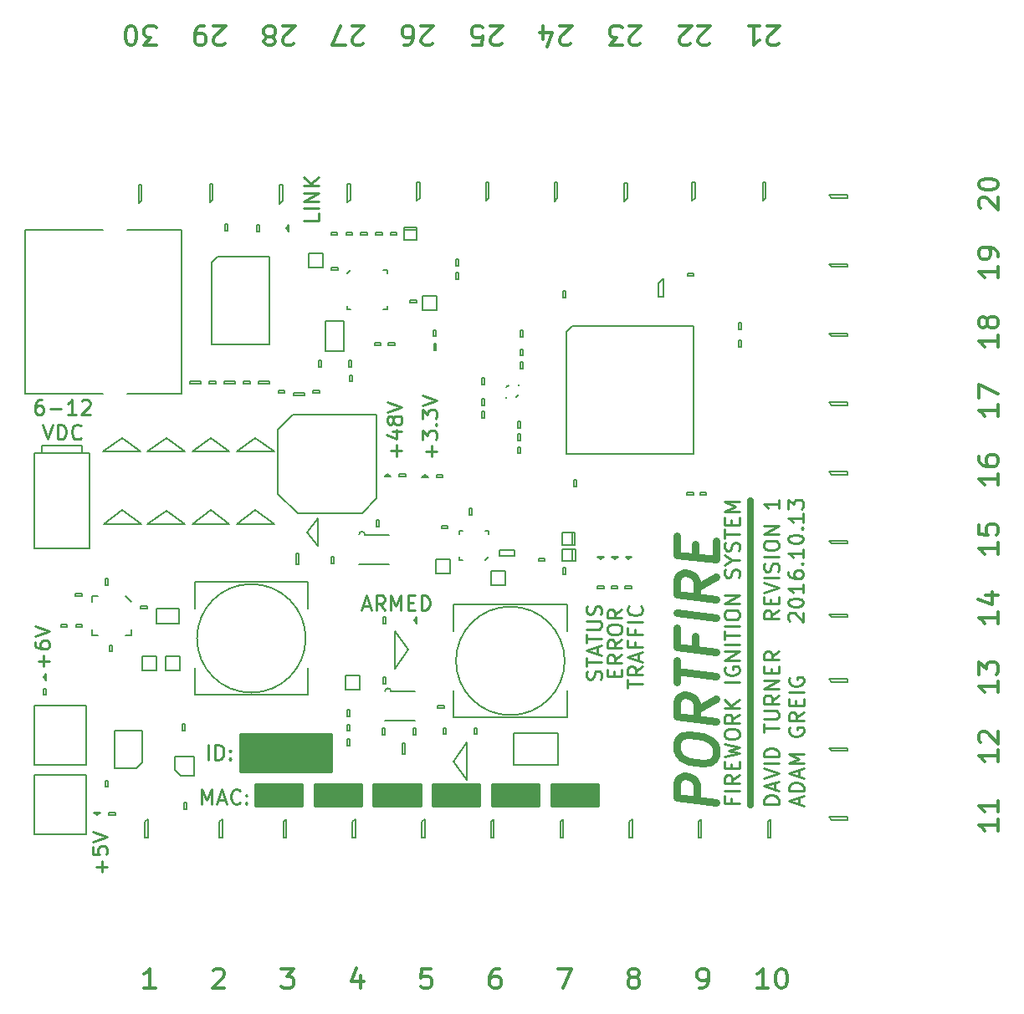
<source format=gto>
G04 #@! TF.FileFunction,Legend,Top*
%FSLAX46Y46*%
G04 Gerber Fmt 4.6, Leading zero omitted, Abs format (unit mm)*
G04 Created by KiCad (PCBNEW 4.0.4-stable) date Saturday, 15 October 2016 'PMt' 14:40:54*
%MOMM*%
%LPD*%
G01*
G04 APERTURE LIST*
%ADD10C,0.100000*%
%ADD11C,0.250000*%
%ADD12C,0.700000*%
%ADD13C,0.750000*%
%ADD14C,0.300000*%
%ADD15C,0.150000*%
%ADD16C,0.254000*%
G04 APERTURE END LIST*
D10*
D11*
X58732857Y-115528571D02*
X58732857Y-114028571D01*
X59447143Y-115528571D02*
X59447143Y-114028571D01*
X59804286Y-114028571D01*
X60018571Y-114100000D01*
X60161429Y-114242857D01*
X60232857Y-114385714D01*
X60304286Y-114671429D01*
X60304286Y-114885714D01*
X60232857Y-115171429D01*
X60161429Y-115314286D01*
X60018571Y-115457143D01*
X59804286Y-115528571D01*
X59447143Y-115528571D01*
X60947143Y-115385714D02*
X61018571Y-115457143D01*
X60947143Y-115528571D01*
X60875714Y-115457143D01*
X60947143Y-115385714D01*
X60947143Y-115528571D01*
X60947143Y-114600000D02*
X61018571Y-114671429D01*
X60947143Y-114742857D01*
X60875714Y-114671429D01*
X60947143Y-114600000D01*
X60947143Y-114742857D01*
X58090000Y-120028571D02*
X58090000Y-118528571D01*
X58590000Y-119600000D01*
X59090000Y-118528571D01*
X59090000Y-120028571D01*
X59732857Y-119600000D02*
X60447143Y-119600000D01*
X59590000Y-120028571D02*
X60090000Y-118528571D01*
X60590000Y-120028571D01*
X61947143Y-119885714D02*
X61875714Y-119957143D01*
X61661428Y-120028571D01*
X61518571Y-120028571D01*
X61304286Y-119957143D01*
X61161428Y-119814286D01*
X61090000Y-119671429D01*
X61018571Y-119385714D01*
X61018571Y-119171429D01*
X61090000Y-118885714D01*
X61161428Y-118742857D01*
X61304286Y-118600000D01*
X61518571Y-118528571D01*
X61661428Y-118528571D01*
X61875714Y-118600000D01*
X61947143Y-118671429D01*
X62590000Y-119885714D02*
X62661428Y-119957143D01*
X62590000Y-120028571D01*
X62518571Y-119957143D01*
X62590000Y-119885714D01*
X62590000Y-120028571D01*
X62590000Y-119100000D02*
X62661428Y-119171429D01*
X62590000Y-119242857D01*
X62518571Y-119171429D01*
X62590000Y-119100000D01*
X62590000Y-119242857D01*
D12*
X113620000Y-89350000D02*
X113620000Y-120110000D01*
D11*
X116458571Y-100410000D02*
X115744286Y-100910000D01*
X116458571Y-101267143D02*
X114958571Y-101267143D01*
X114958571Y-100695715D01*
X115030000Y-100552857D01*
X115101429Y-100481429D01*
X115244286Y-100410000D01*
X115458571Y-100410000D01*
X115601429Y-100481429D01*
X115672857Y-100552857D01*
X115744286Y-100695715D01*
X115744286Y-101267143D01*
X115672857Y-99767143D02*
X115672857Y-99267143D01*
X116458571Y-99052857D02*
X116458571Y-99767143D01*
X114958571Y-99767143D01*
X114958571Y-99052857D01*
X114958571Y-98624286D02*
X116458571Y-98124286D01*
X114958571Y-97624286D01*
X116458571Y-97124286D02*
X114958571Y-97124286D01*
X116387143Y-96481429D02*
X116458571Y-96267143D01*
X116458571Y-95910000D01*
X116387143Y-95767143D01*
X116315714Y-95695714D01*
X116172857Y-95624286D01*
X116030000Y-95624286D01*
X115887143Y-95695714D01*
X115815714Y-95767143D01*
X115744286Y-95910000D01*
X115672857Y-96195714D01*
X115601429Y-96338572D01*
X115530000Y-96410000D01*
X115387143Y-96481429D01*
X115244286Y-96481429D01*
X115101429Y-96410000D01*
X115030000Y-96338572D01*
X114958571Y-96195714D01*
X114958571Y-95838572D01*
X115030000Y-95624286D01*
X116458571Y-94981429D02*
X114958571Y-94981429D01*
X114958571Y-93981429D02*
X114958571Y-93695715D01*
X115030000Y-93552857D01*
X115172857Y-93410000D01*
X115458571Y-93338572D01*
X115958571Y-93338572D01*
X116244286Y-93410000D01*
X116387143Y-93552857D01*
X116458571Y-93695715D01*
X116458571Y-93981429D01*
X116387143Y-94124286D01*
X116244286Y-94267143D01*
X115958571Y-94338572D01*
X115458571Y-94338572D01*
X115172857Y-94267143D01*
X115030000Y-94124286D01*
X114958571Y-93981429D01*
X116458571Y-92695714D02*
X114958571Y-92695714D01*
X116458571Y-91838571D01*
X114958571Y-91838571D01*
X116458571Y-89195714D02*
X116458571Y-90052857D01*
X116458571Y-89624285D02*
X114958571Y-89624285D01*
X115172857Y-89767142D01*
X115315714Y-89910000D01*
X115387143Y-90052857D01*
X117601429Y-101481426D02*
X117530000Y-101409997D01*
X117458571Y-101267140D01*
X117458571Y-100909997D01*
X117530000Y-100767140D01*
X117601429Y-100695711D01*
X117744286Y-100624283D01*
X117887143Y-100624283D01*
X118101429Y-100695711D01*
X118958571Y-101552854D01*
X118958571Y-100624283D01*
X117458571Y-99695712D02*
X117458571Y-99552855D01*
X117530000Y-99409998D01*
X117601429Y-99338569D01*
X117744286Y-99267140D01*
X118030000Y-99195712D01*
X118387143Y-99195712D01*
X118672857Y-99267140D01*
X118815714Y-99338569D01*
X118887143Y-99409998D01*
X118958571Y-99552855D01*
X118958571Y-99695712D01*
X118887143Y-99838569D01*
X118815714Y-99909998D01*
X118672857Y-99981426D01*
X118387143Y-100052855D01*
X118030000Y-100052855D01*
X117744286Y-99981426D01*
X117601429Y-99909998D01*
X117530000Y-99838569D01*
X117458571Y-99695712D01*
X118958571Y-97767141D02*
X118958571Y-98624284D01*
X118958571Y-98195712D02*
X117458571Y-98195712D01*
X117672857Y-98338569D01*
X117815714Y-98481427D01*
X117887143Y-98624284D01*
X117458571Y-96481427D02*
X117458571Y-96767141D01*
X117530000Y-96909998D01*
X117601429Y-96981427D01*
X117815714Y-97124284D01*
X118101429Y-97195713D01*
X118672857Y-97195713D01*
X118815714Y-97124284D01*
X118887143Y-97052856D01*
X118958571Y-96909998D01*
X118958571Y-96624284D01*
X118887143Y-96481427D01*
X118815714Y-96409998D01*
X118672857Y-96338570D01*
X118315714Y-96338570D01*
X118172857Y-96409998D01*
X118101429Y-96481427D01*
X118030000Y-96624284D01*
X118030000Y-96909998D01*
X118101429Y-97052856D01*
X118172857Y-97124284D01*
X118315714Y-97195713D01*
X118815714Y-95695713D02*
X118887143Y-95624285D01*
X118958571Y-95695713D01*
X118887143Y-95767142D01*
X118815714Y-95695713D01*
X118958571Y-95695713D01*
X118958571Y-94195713D02*
X118958571Y-95052856D01*
X118958571Y-94624284D02*
X117458571Y-94624284D01*
X117672857Y-94767141D01*
X117815714Y-94909999D01*
X117887143Y-95052856D01*
X117458571Y-93267142D02*
X117458571Y-93124285D01*
X117530000Y-92981428D01*
X117601429Y-92909999D01*
X117744286Y-92838570D01*
X118030000Y-92767142D01*
X118387143Y-92767142D01*
X118672857Y-92838570D01*
X118815714Y-92909999D01*
X118887143Y-92981428D01*
X118958571Y-93124285D01*
X118958571Y-93267142D01*
X118887143Y-93409999D01*
X118815714Y-93481428D01*
X118672857Y-93552856D01*
X118387143Y-93624285D01*
X118030000Y-93624285D01*
X117744286Y-93552856D01*
X117601429Y-93481428D01*
X117530000Y-93409999D01*
X117458571Y-93267142D01*
X118815714Y-92124285D02*
X118887143Y-92052857D01*
X118958571Y-92124285D01*
X118887143Y-92195714D01*
X118815714Y-92124285D01*
X118958571Y-92124285D01*
X118958571Y-90624285D02*
X118958571Y-91481428D01*
X118958571Y-91052856D02*
X117458571Y-91052856D01*
X117672857Y-91195713D01*
X117815714Y-91338571D01*
X117887143Y-91481428D01*
X117458571Y-90124285D02*
X117458571Y-89195714D01*
X118030000Y-89695714D01*
X118030000Y-89481428D01*
X118101429Y-89338571D01*
X118172857Y-89267142D01*
X118315714Y-89195714D01*
X118672857Y-89195714D01*
X118815714Y-89267142D01*
X118887143Y-89338571D01*
X118958571Y-89481428D01*
X118958571Y-89910000D01*
X118887143Y-90052857D01*
X118815714Y-90124285D01*
X116488571Y-120008095D02*
X114988571Y-120008095D01*
X114988571Y-119650952D01*
X115060000Y-119436667D01*
X115202857Y-119293809D01*
X115345714Y-119222381D01*
X115631429Y-119150952D01*
X115845714Y-119150952D01*
X116131429Y-119222381D01*
X116274286Y-119293809D01*
X116417143Y-119436667D01*
X116488571Y-119650952D01*
X116488571Y-120008095D01*
X116060000Y-118579524D02*
X116060000Y-117865238D01*
X116488571Y-118722381D02*
X114988571Y-118222381D01*
X116488571Y-117722381D01*
X114988571Y-117436667D02*
X116488571Y-116936667D01*
X114988571Y-116436667D01*
X116488571Y-115936667D02*
X114988571Y-115936667D01*
X116488571Y-115222381D02*
X114988571Y-115222381D01*
X114988571Y-114865238D01*
X115060000Y-114650953D01*
X115202857Y-114508095D01*
X115345714Y-114436667D01*
X115631429Y-114365238D01*
X115845714Y-114365238D01*
X116131429Y-114436667D01*
X116274286Y-114508095D01*
X116417143Y-114650953D01*
X116488571Y-114865238D01*
X116488571Y-115222381D01*
X114988571Y-112793810D02*
X114988571Y-111936667D01*
X116488571Y-112365238D02*
X114988571Y-112365238D01*
X114988571Y-111436667D02*
X116202857Y-111436667D01*
X116345714Y-111365239D01*
X116417143Y-111293810D01*
X116488571Y-111150953D01*
X116488571Y-110865239D01*
X116417143Y-110722381D01*
X116345714Y-110650953D01*
X116202857Y-110579524D01*
X114988571Y-110579524D01*
X116488571Y-109008095D02*
X115774286Y-109508095D01*
X116488571Y-109865238D02*
X114988571Y-109865238D01*
X114988571Y-109293810D01*
X115060000Y-109150952D01*
X115131429Y-109079524D01*
X115274286Y-109008095D01*
X115488571Y-109008095D01*
X115631429Y-109079524D01*
X115702857Y-109150952D01*
X115774286Y-109293810D01*
X115774286Y-109865238D01*
X116488571Y-108365238D02*
X114988571Y-108365238D01*
X116488571Y-107508095D01*
X114988571Y-107508095D01*
X115702857Y-106793809D02*
X115702857Y-106293809D01*
X116488571Y-106079523D02*
X116488571Y-106793809D01*
X114988571Y-106793809D01*
X114988571Y-106079523D01*
X116488571Y-104579523D02*
X115774286Y-105079523D01*
X116488571Y-105436666D02*
X114988571Y-105436666D01*
X114988571Y-104865238D01*
X115060000Y-104722380D01*
X115131429Y-104650952D01*
X115274286Y-104579523D01*
X115488571Y-104579523D01*
X115631429Y-104650952D01*
X115702857Y-104722380D01*
X115774286Y-104865238D01*
X115774286Y-105436666D01*
X118560000Y-120079524D02*
X118560000Y-119365238D01*
X118988571Y-120222381D02*
X117488571Y-119722381D01*
X118988571Y-119222381D01*
X118988571Y-118722381D02*
X117488571Y-118722381D01*
X117488571Y-118365238D01*
X117560000Y-118150953D01*
X117702857Y-118008095D01*
X117845714Y-117936667D01*
X118131429Y-117865238D01*
X118345714Y-117865238D01*
X118631429Y-117936667D01*
X118774286Y-118008095D01*
X118917143Y-118150953D01*
X118988571Y-118365238D01*
X118988571Y-118722381D01*
X118560000Y-117293810D02*
X118560000Y-116579524D01*
X118988571Y-117436667D02*
X117488571Y-116936667D01*
X118988571Y-116436667D01*
X118988571Y-115936667D02*
X117488571Y-115936667D01*
X118560000Y-115436667D01*
X117488571Y-114936667D01*
X118988571Y-114936667D01*
X117560000Y-112293810D02*
X117488571Y-112436667D01*
X117488571Y-112650953D01*
X117560000Y-112865238D01*
X117702857Y-113008096D01*
X117845714Y-113079524D01*
X118131429Y-113150953D01*
X118345714Y-113150953D01*
X118631429Y-113079524D01*
X118774286Y-113008096D01*
X118917143Y-112865238D01*
X118988571Y-112650953D01*
X118988571Y-112508096D01*
X118917143Y-112293810D01*
X118845714Y-112222381D01*
X118345714Y-112222381D01*
X118345714Y-112508096D01*
X118988571Y-110722381D02*
X118274286Y-111222381D01*
X118988571Y-111579524D02*
X117488571Y-111579524D01*
X117488571Y-111008096D01*
X117560000Y-110865238D01*
X117631429Y-110793810D01*
X117774286Y-110722381D01*
X117988571Y-110722381D01*
X118131429Y-110793810D01*
X118202857Y-110865238D01*
X118274286Y-111008096D01*
X118274286Y-111579524D01*
X118202857Y-110079524D02*
X118202857Y-109579524D01*
X118988571Y-109365238D02*
X118988571Y-110079524D01*
X117488571Y-110079524D01*
X117488571Y-109365238D01*
X118988571Y-108722381D02*
X117488571Y-108722381D01*
X117560000Y-107222381D02*
X117488571Y-107365238D01*
X117488571Y-107579524D01*
X117560000Y-107793809D01*
X117702857Y-107936667D01*
X117845714Y-108008095D01*
X118131429Y-108079524D01*
X118345714Y-108079524D01*
X118631429Y-108008095D01*
X118774286Y-107936667D01*
X118917143Y-107793809D01*
X118988571Y-107579524D01*
X118988571Y-107436667D01*
X118917143Y-107222381D01*
X118845714Y-107150952D01*
X118345714Y-107150952D01*
X118345714Y-107436667D01*
X111692857Y-119448095D02*
X111692857Y-119948095D01*
X112478571Y-119948095D02*
X110978571Y-119948095D01*
X110978571Y-119233809D01*
X112478571Y-118662381D02*
X110978571Y-118662381D01*
X112478571Y-117090952D02*
X111764286Y-117590952D01*
X112478571Y-117948095D02*
X110978571Y-117948095D01*
X110978571Y-117376667D01*
X111050000Y-117233809D01*
X111121429Y-117162381D01*
X111264286Y-117090952D01*
X111478571Y-117090952D01*
X111621429Y-117162381D01*
X111692857Y-117233809D01*
X111764286Y-117376667D01*
X111764286Y-117948095D01*
X111692857Y-116448095D02*
X111692857Y-115948095D01*
X112478571Y-115733809D02*
X112478571Y-116448095D01*
X110978571Y-116448095D01*
X110978571Y-115733809D01*
X110978571Y-115233809D02*
X112478571Y-114876666D01*
X111407143Y-114590952D01*
X112478571Y-114305238D01*
X110978571Y-113948095D01*
X110978571Y-113090952D02*
X110978571Y-112805238D01*
X111050000Y-112662380D01*
X111192857Y-112519523D01*
X111478571Y-112448095D01*
X111978571Y-112448095D01*
X112264286Y-112519523D01*
X112407143Y-112662380D01*
X112478571Y-112805238D01*
X112478571Y-113090952D01*
X112407143Y-113233809D01*
X112264286Y-113376666D01*
X111978571Y-113448095D01*
X111478571Y-113448095D01*
X111192857Y-113376666D01*
X111050000Y-113233809D01*
X110978571Y-113090952D01*
X112478571Y-110948094D02*
X111764286Y-111448094D01*
X112478571Y-111805237D02*
X110978571Y-111805237D01*
X110978571Y-111233809D01*
X111050000Y-111090951D01*
X111121429Y-111019523D01*
X111264286Y-110948094D01*
X111478571Y-110948094D01*
X111621429Y-111019523D01*
X111692857Y-111090951D01*
X111764286Y-111233809D01*
X111764286Y-111805237D01*
X112478571Y-110305237D02*
X110978571Y-110305237D01*
X112478571Y-109448094D02*
X111621429Y-110090951D01*
X110978571Y-109448094D02*
X111835714Y-110305237D01*
X112478571Y-107662380D02*
X110978571Y-107662380D01*
X111050000Y-106162380D02*
X110978571Y-106305237D01*
X110978571Y-106519523D01*
X111050000Y-106733808D01*
X111192857Y-106876666D01*
X111335714Y-106948094D01*
X111621429Y-107019523D01*
X111835714Y-107019523D01*
X112121429Y-106948094D01*
X112264286Y-106876666D01*
X112407143Y-106733808D01*
X112478571Y-106519523D01*
X112478571Y-106376666D01*
X112407143Y-106162380D01*
X112335714Y-106090951D01*
X111835714Y-106090951D01*
X111835714Y-106376666D01*
X112478571Y-105448094D02*
X110978571Y-105448094D01*
X112478571Y-104590951D01*
X110978571Y-104590951D01*
X112478571Y-103876665D02*
X110978571Y-103876665D01*
X110978571Y-103376665D02*
X110978571Y-102519522D01*
X112478571Y-102948093D02*
X110978571Y-102948093D01*
X112478571Y-102019522D02*
X110978571Y-102019522D01*
X110978571Y-101019522D02*
X110978571Y-100733808D01*
X111050000Y-100590950D01*
X111192857Y-100448093D01*
X111478571Y-100376665D01*
X111978571Y-100376665D01*
X112264286Y-100448093D01*
X112407143Y-100590950D01*
X112478571Y-100733808D01*
X112478571Y-101019522D01*
X112407143Y-101162379D01*
X112264286Y-101305236D01*
X111978571Y-101376665D01*
X111478571Y-101376665D01*
X111192857Y-101305236D01*
X111050000Y-101162379D01*
X110978571Y-101019522D01*
X112478571Y-99733807D02*
X110978571Y-99733807D01*
X112478571Y-98876664D01*
X110978571Y-98876664D01*
X112407143Y-97090950D02*
X112478571Y-96876664D01*
X112478571Y-96519521D01*
X112407143Y-96376664D01*
X112335714Y-96305235D01*
X112192857Y-96233807D01*
X112050000Y-96233807D01*
X111907143Y-96305235D01*
X111835714Y-96376664D01*
X111764286Y-96519521D01*
X111692857Y-96805235D01*
X111621429Y-96948093D01*
X111550000Y-97019521D01*
X111407143Y-97090950D01*
X111264286Y-97090950D01*
X111121429Y-97019521D01*
X111050000Y-96948093D01*
X110978571Y-96805235D01*
X110978571Y-96448093D01*
X111050000Y-96233807D01*
X111764286Y-95305236D02*
X112478571Y-95305236D01*
X110978571Y-95805236D02*
X111764286Y-95305236D01*
X110978571Y-94805236D01*
X112407143Y-94376665D02*
X112478571Y-94162379D01*
X112478571Y-93805236D01*
X112407143Y-93662379D01*
X112335714Y-93590950D01*
X112192857Y-93519522D01*
X112050000Y-93519522D01*
X111907143Y-93590950D01*
X111835714Y-93662379D01*
X111764286Y-93805236D01*
X111692857Y-94090950D01*
X111621429Y-94233808D01*
X111550000Y-94305236D01*
X111407143Y-94376665D01*
X111264286Y-94376665D01*
X111121429Y-94305236D01*
X111050000Y-94233808D01*
X110978571Y-94090950D01*
X110978571Y-93733808D01*
X111050000Y-93519522D01*
X110978571Y-93090951D02*
X110978571Y-92233808D01*
X112478571Y-92662379D02*
X110978571Y-92662379D01*
X111692857Y-91733808D02*
X111692857Y-91233808D01*
X112478571Y-91019522D02*
X112478571Y-91733808D01*
X110978571Y-91733808D01*
X110978571Y-91019522D01*
X112478571Y-90376665D02*
X110978571Y-90376665D01*
X112050000Y-89876665D01*
X110978571Y-89376665D01*
X112478571Y-89376665D01*
D13*
X110119524Y-119849047D02*
X106119524Y-119349047D01*
X106119524Y-117825238D01*
X106310000Y-117468095D01*
X106500476Y-117301428D01*
X106881429Y-117158572D01*
X107452857Y-117230000D01*
X107833810Y-117468095D01*
X108024286Y-117682381D01*
X108214762Y-118087143D01*
X108214762Y-119610952D01*
X106119524Y-114587142D02*
X106119524Y-113825238D01*
X106310000Y-113468095D01*
X106690952Y-113134762D01*
X107452857Y-113039524D01*
X108786190Y-113206191D01*
X109548095Y-113491905D01*
X109929048Y-113920476D01*
X110119524Y-114325238D01*
X110119524Y-115087142D01*
X109929048Y-115444286D01*
X109548095Y-115777619D01*
X108786190Y-115872857D01*
X107452857Y-115706190D01*
X106690952Y-115420476D01*
X106310000Y-114991905D01*
X106119524Y-114587142D01*
X110119524Y-109372857D02*
X108214762Y-110468095D01*
X110119524Y-111658571D02*
X106119524Y-111158571D01*
X106119524Y-109634762D01*
X106310000Y-109277619D01*
X106500476Y-109110952D01*
X106881429Y-108968096D01*
X107452857Y-109039524D01*
X107833810Y-109277619D01*
X108024286Y-109491905D01*
X108214762Y-109896667D01*
X108214762Y-111420476D01*
X106119524Y-107730000D02*
X106119524Y-105444285D01*
X110119524Y-107087142D02*
X106119524Y-106587142D01*
X108024286Y-103015715D02*
X108024286Y-104349048D01*
X110119524Y-104610952D02*
X106119524Y-104110952D01*
X106119524Y-102206190D01*
X110119524Y-101182381D02*
X106119524Y-100682381D01*
X110119524Y-96991905D02*
X108214762Y-98087143D01*
X110119524Y-99277619D02*
X106119524Y-98777619D01*
X106119524Y-97253810D01*
X106310000Y-96896667D01*
X106500476Y-96730000D01*
X106881429Y-96587144D01*
X107452857Y-96658572D01*
X107833810Y-96896667D01*
X108024286Y-97110953D01*
X108214762Y-97515715D01*
X108214762Y-99039524D01*
X108024286Y-95015715D02*
X108024286Y-93682382D01*
X110119524Y-93372857D02*
X110119524Y-95277619D01*
X106119524Y-94777619D01*
X106119524Y-92872857D01*
D14*
X109457138Y-43014762D02*
X109361900Y-43110000D01*
X109171423Y-43205238D01*
X108695233Y-43205238D01*
X108504757Y-43110000D01*
X108409519Y-43014762D01*
X108314280Y-42824286D01*
X108314280Y-42633810D01*
X108409519Y-42348095D01*
X109552376Y-41205238D01*
X108314280Y-41205238D01*
X107552376Y-43014762D02*
X107457138Y-43110000D01*
X107266661Y-43205238D01*
X106790471Y-43205238D01*
X106599995Y-43110000D01*
X106504757Y-43014762D01*
X106409518Y-42824286D01*
X106409518Y-42633810D01*
X106504757Y-42348095D01*
X107647614Y-41205238D01*
X106409518Y-41205238D01*
X95443806Y-43014762D02*
X95348568Y-43110000D01*
X95158091Y-43205238D01*
X94681901Y-43205238D01*
X94491425Y-43110000D01*
X94396187Y-43014762D01*
X94300948Y-42824286D01*
X94300948Y-42633810D01*
X94396187Y-42348095D01*
X95539044Y-41205238D01*
X94300948Y-41205238D01*
X92586663Y-42538571D02*
X92586663Y-41205238D01*
X93062853Y-43300476D02*
X93539044Y-41871905D01*
X92300948Y-41871905D01*
X81430474Y-43014762D02*
X81335236Y-43110000D01*
X81144759Y-43205238D01*
X80668569Y-43205238D01*
X80478093Y-43110000D01*
X80382855Y-43014762D01*
X80287616Y-42824286D01*
X80287616Y-42633810D01*
X80382855Y-42348095D01*
X81525712Y-41205238D01*
X80287616Y-41205238D01*
X78573331Y-43205238D02*
X78954283Y-43205238D01*
X79144759Y-43110000D01*
X79239997Y-43014762D01*
X79430474Y-42729048D01*
X79525712Y-42348095D01*
X79525712Y-41586190D01*
X79430474Y-41395714D01*
X79335235Y-41300476D01*
X79144759Y-41205238D01*
X78763807Y-41205238D01*
X78573331Y-41300476D01*
X78478093Y-41395714D01*
X78382854Y-41586190D01*
X78382854Y-42062381D01*
X78478093Y-42252857D01*
X78573331Y-42348095D01*
X78763807Y-42443333D01*
X79144759Y-42443333D01*
X79335235Y-42348095D01*
X79430474Y-42252857D01*
X79525712Y-42062381D01*
X116463804Y-43014762D02*
X116368566Y-43110000D01*
X116178089Y-43205238D01*
X115701899Y-43205238D01*
X115511423Y-43110000D01*
X115416185Y-43014762D01*
X115320946Y-42824286D01*
X115320946Y-42633810D01*
X115416185Y-42348095D01*
X116559042Y-41205238D01*
X115320946Y-41205238D01*
X113416184Y-41205238D02*
X114559042Y-41205238D01*
X113987613Y-41205238D02*
X113987613Y-43205238D01*
X114178089Y-42919524D01*
X114368565Y-42729048D01*
X114559042Y-42633810D01*
X102450472Y-43014762D02*
X102355234Y-43110000D01*
X102164757Y-43205238D01*
X101688567Y-43205238D01*
X101498091Y-43110000D01*
X101402853Y-43014762D01*
X101307614Y-42824286D01*
X101307614Y-42633810D01*
X101402853Y-42348095D01*
X102545710Y-41205238D01*
X101307614Y-41205238D01*
X100640948Y-43205238D02*
X99402852Y-43205238D01*
X100069519Y-42443333D01*
X99783805Y-42443333D01*
X99593329Y-42348095D01*
X99498091Y-42252857D01*
X99402852Y-42062381D01*
X99402852Y-41586190D01*
X99498091Y-41395714D01*
X99593329Y-41300476D01*
X99783805Y-41205238D01*
X100355233Y-41205238D01*
X100545710Y-41300476D01*
X100640948Y-41395714D01*
X88437140Y-43014762D02*
X88341902Y-43110000D01*
X88151425Y-43205238D01*
X87675235Y-43205238D01*
X87484759Y-43110000D01*
X87389521Y-43014762D01*
X87294282Y-42824286D01*
X87294282Y-42633810D01*
X87389521Y-42348095D01*
X88532378Y-41205238D01*
X87294282Y-41205238D01*
X85484759Y-43205238D02*
X86437140Y-43205238D01*
X86532378Y-42252857D01*
X86437140Y-42348095D01*
X86246663Y-42443333D01*
X85770473Y-42443333D01*
X85579997Y-42348095D01*
X85484759Y-42252857D01*
X85389520Y-42062381D01*
X85389520Y-41586190D01*
X85484759Y-41395714D01*
X85579997Y-41300476D01*
X85770473Y-41205238D01*
X86246663Y-41205238D01*
X86437140Y-41300476D01*
X86532378Y-41395714D01*
X74423808Y-43014762D02*
X74328570Y-43110000D01*
X74138093Y-43205238D01*
X73661903Y-43205238D01*
X73471427Y-43110000D01*
X73376189Y-43014762D01*
X73280950Y-42824286D01*
X73280950Y-42633810D01*
X73376189Y-42348095D01*
X74519046Y-41205238D01*
X73280950Y-41205238D01*
X72614284Y-43205238D02*
X71280950Y-43205238D01*
X72138093Y-41205238D01*
X67417142Y-43014762D02*
X67321904Y-43110000D01*
X67131427Y-43205238D01*
X66655237Y-43205238D01*
X66464761Y-43110000D01*
X66369523Y-43014762D01*
X66274284Y-42824286D01*
X66274284Y-42633810D01*
X66369523Y-42348095D01*
X67512380Y-41205238D01*
X66274284Y-41205238D01*
X65131427Y-42348095D02*
X65321903Y-42443333D01*
X65417142Y-42538571D01*
X65512380Y-42729048D01*
X65512380Y-42824286D01*
X65417142Y-43014762D01*
X65321903Y-43110000D01*
X65131427Y-43205238D01*
X64750475Y-43205238D01*
X64559999Y-43110000D01*
X64464761Y-43014762D01*
X64369522Y-42824286D01*
X64369522Y-42729048D01*
X64464761Y-42538571D01*
X64559999Y-42443333D01*
X64750475Y-42348095D01*
X65131427Y-42348095D01*
X65321903Y-42252857D01*
X65417142Y-42157619D01*
X65512380Y-41967143D01*
X65512380Y-41586190D01*
X65417142Y-41395714D01*
X65321903Y-41300476D01*
X65131427Y-41205238D01*
X64750475Y-41205238D01*
X64559999Y-41300476D01*
X64464761Y-41395714D01*
X64369522Y-41586190D01*
X64369522Y-41967143D01*
X64464761Y-42157619D01*
X64559999Y-42252857D01*
X64750475Y-42348095D01*
X60410476Y-43014762D02*
X60315238Y-43110000D01*
X60124761Y-43205238D01*
X59648571Y-43205238D01*
X59458095Y-43110000D01*
X59362857Y-43014762D01*
X59267618Y-42824286D01*
X59267618Y-42633810D01*
X59362857Y-42348095D01*
X60505714Y-41205238D01*
X59267618Y-41205238D01*
X58315237Y-41205238D02*
X57934285Y-41205238D01*
X57743809Y-41300476D01*
X57648571Y-41395714D01*
X57458095Y-41681429D01*
X57362856Y-42062381D01*
X57362856Y-42824286D01*
X57458095Y-43014762D01*
X57553333Y-43110000D01*
X57743809Y-43205238D01*
X58124761Y-43205238D01*
X58315237Y-43110000D01*
X58410476Y-43014762D01*
X58505714Y-42824286D01*
X58505714Y-42348095D01*
X58410476Y-42157619D01*
X58315237Y-42062381D01*
X58124761Y-41967143D01*
X57743809Y-41967143D01*
X57553333Y-42062381D01*
X57458095Y-42157619D01*
X57362856Y-42348095D01*
X53499048Y-43205238D02*
X52260952Y-43205238D01*
X52927619Y-42443333D01*
X52641905Y-42443333D01*
X52451429Y-42348095D01*
X52356191Y-42252857D01*
X52260952Y-42062381D01*
X52260952Y-41586190D01*
X52356191Y-41395714D01*
X52451429Y-41300476D01*
X52641905Y-41205238D01*
X53213333Y-41205238D01*
X53403810Y-41300476D01*
X53499048Y-41395714D01*
X51022857Y-43205238D02*
X50832381Y-43205238D01*
X50641905Y-43110000D01*
X50546667Y-43014762D01*
X50451429Y-42824286D01*
X50356190Y-42443333D01*
X50356190Y-41967143D01*
X50451429Y-41586190D01*
X50546667Y-41395714D01*
X50641905Y-41300476D01*
X50832381Y-41205238D01*
X51022857Y-41205238D01*
X51213333Y-41300476D01*
X51308571Y-41395714D01*
X51403810Y-41586190D01*
X51499048Y-41967143D01*
X51499048Y-42443333D01*
X51403810Y-42824286D01*
X51308571Y-43014762D01*
X51213333Y-43110000D01*
X51022857Y-43205238D01*
D11*
X101198571Y-108294285D02*
X101198571Y-107437142D01*
X102698571Y-107865713D02*
X101198571Y-107865713D01*
X102698571Y-106079999D02*
X101984286Y-106579999D01*
X102698571Y-106937142D02*
X101198571Y-106937142D01*
X101198571Y-106365714D01*
X101270000Y-106222856D01*
X101341429Y-106151428D01*
X101484286Y-106079999D01*
X101698571Y-106079999D01*
X101841429Y-106151428D01*
X101912857Y-106222856D01*
X101984286Y-106365714D01*
X101984286Y-106937142D01*
X102270000Y-105508571D02*
X102270000Y-104794285D01*
X102698571Y-105651428D02*
X101198571Y-105151428D01*
X102698571Y-104651428D01*
X101912857Y-103651428D02*
X101912857Y-104151428D01*
X102698571Y-104151428D02*
X101198571Y-104151428D01*
X101198571Y-103437142D01*
X101912857Y-102365714D02*
X101912857Y-102865714D01*
X102698571Y-102865714D02*
X101198571Y-102865714D01*
X101198571Y-102151428D01*
X102698571Y-101580000D02*
X101198571Y-101580000D01*
X102555714Y-100008571D02*
X102627143Y-100080000D01*
X102698571Y-100294286D01*
X102698571Y-100437143D01*
X102627143Y-100651428D01*
X102484286Y-100794286D01*
X102341429Y-100865714D01*
X102055714Y-100937143D01*
X101841429Y-100937143D01*
X101555714Y-100865714D01*
X101412857Y-100794286D01*
X101270000Y-100651428D01*
X101198571Y-100437143D01*
X101198571Y-100294286D01*
X101270000Y-100080000D01*
X101341429Y-100008571D01*
X99822857Y-107107143D02*
X99822857Y-106607143D01*
X100608571Y-106392857D02*
X100608571Y-107107143D01*
X99108571Y-107107143D01*
X99108571Y-106392857D01*
X100608571Y-104892857D02*
X99894286Y-105392857D01*
X100608571Y-105750000D02*
X99108571Y-105750000D01*
X99108571Y-105178572D01*
X99180000Y-105035714D01*
X99251429Y-104964286D01*
X99394286Y-104892857D01*
X99608571Y-104892857D01*
X99751429Y-104964286D01*
X99822857Y-105035714D01*
X99894286Y-105178572D01*
X99894286Y-105750000D01*
X100608571Y-103392857D02*
X99894286Y-103892857D01*
X100608571Y-104250000D02*
X99108571Y-104250000D01*
X99108571Y-103678572D01*
X99180000Y-103535714D01*
X99251429Y-103464286D01*
X99394286Y-103392857D01*
X99608571Y-103392857D01*
X99751429Y-103464286D01*
X99822857Y-103535714D01*
X99894286Y-103678572D01*
X99894286Y-104250000D01*
X99108571Y-102464286D02*
X99108571Y-102178572D01*
X99180000Y-102035714D01*
X99322857Y-101892857D01*
X99608571Y-101821429D01*
X100108571Y-101821429D01*
X100394286Y-101892857D01*
X100537143Y-102035714D01*
X100608571Y-102178572D01*
X100608571Y-102464286D01*
X100537143Y-102607143D01*
X100394286Y-102750000D01*
X100108571Y-102821429D01*
X99608571Y-102821429D01*
X99322857Y-102750000D01*
X99180000Y-102607143D01*
X99108571Y-102464286D01*
X100608571Y-100321428D02*
X99894286Y-100821428D01*
X100608571Y-101178571D02*
X99108571Y-101178571D01*
X99108571Y-100607143D01*
X99180000Y-100464285D01*
X99251429Y-100392857D01*
X99394286Y-100321428D01*
X99608571Y-100321428D01*
X99751429Y-100392857D01*
X99822857Y-100464285D01*
X99894286Y-100607143D01*
X99894286Y-101178571D01*
X98467143Y-107404285D02*
X98538571Y-107189999D01*
X98538571Y-106832856D01*
X98467143Y-106689999D01*
X98395714Y-106618570D01*
X98252857Y-106547142D01*
X98110000Y-106547142D01*
X97967143Y-106618570D01*
X97895714Y-106689999D01*
X97824286Y-106832856D01*
X97752857Y-107118570D01*
X97681429Y-107261428D01*
X97610000Y-107332856D01*
X97467143Y-107404285D01*
X97324286Y-107404285D01*
X97181429Y-107332856D01*
X97110000Y-107261428D01*
X97038571Y-107118570D01*
X97038571Y-106761428D01*
X97110000Y-106547142D01*
X97038571Y-106118571D02*
X97038571Y-105261428D01*
X98538571Y-105689999D02*
X97038571Y-105689999D01*
X98110000Y-104832857D02*
X98110000Y-104118571D01*
X98538571Y-104975714D02*
X97038571Y-104475714D01*
X98538571Y-103975714D01*
X97038571Y-103690000D02*
X97038571Y-102832857D01*
X98538571Y-103261428D02*
X97038571Y-103261428D01*
X97038571Y-102332857D02*
X98252857Y-102332857D01*
X98395714Y-102261429D01*
X98467143Y-102190000D01*
X98538571Y-102047143D01*
X98538571Y-101761429D01*
X98467143Y-101618571D01*
X98395714Y-101547143D01*
X98252857Y-101475714D01*
X97038571Y-101475714D01*
X98467143Y-100832857D02*
X98538571Y-100618571D01*
X98538571Y-100261428D01*
X98467143Y-100118571D01*
X98395714Y-100047142D01*
X98252857Y-99975714D01*
X98110000Y-99975714D01*
X97967143Y-100047142D01*
X97895714Y-100118571D01*
X97824286Y-100261428D01*
X97752857Y-100547142D01*
X97681429Y-100690000D01*
X97610000Y-100761428D01*
X97467143Y-100832857D01*
X97324286Y-100832857D01*
X97181429Y-100761428D01*
X97110000Y-100690000D01*
X97038571Y-100547142D01*
X97038571Y-100190000D01*
X97110000Y-99975714D01*
X74387143Y-99980000D02*
X75101429Y-99980000D01*
X74244286Y-100408571D02*
X74744286Y-98908571D01*
X75244286Y-100408571D01*
X76601429Y-100408571D02*
X76101429Y-99694286D01*
X75744286Y-100408571D02*
X75744286Y-98908571D01*
X76315714Y-98908571D01*
X76458572Y-98980000D01*
X76530000Y-99051429D01*
X76601429Y-99194286D01*
X76601429Y-99408571D01*
X76530000Y-99551429D01*
X76458572Y-99622857D01*
X76315714Y-99694286D01*
X75744286Y-99694286D01*
X77244286Y-100408571D02*
X77244286Y-98908571D01*
X77744286Y-99980000D01*
X78244286Y-98908571D01*
X78244286Y-100408571D01*
X78958572Y-99622857D02*
X79458572Y-99622857D01*
X79672858Y-100408571D02*
X78958572Y-100408571D01*
X78958572Y-98908571D01*
X79672858Y-98908571D01*
X80315715Y-100408571D02*
X80315715Y-98908571D01*
X80672858Y-98908571D01*
X80887143Y-98980000D01*
X81030001Y-99122857D01*
X81101429Y-99265714D01*
X81172858Y-99551429D01*
X81172858Y-99765714D01*
X81101429Y-100051429D01*
X81030001Y-100194286D01*
X80887143Y-100337143D01*
X80672858Y-100408571D01*
X80315715Y-100408571D01*
X81317143Y-84869999D02*
X81317143Y-83727142D01*
X81888571Y-84298571D02*
X80745714Y-84298571D01*
X80388571Y-83155713D02*
X80388571Y-82227142D01*
X80960000Y-82727142D01*
X80960000Y-82512856D01*
X81031429Y-82369999D01*
X81102857Y-82298570D01*
X81245714Y-82227142D01*
X81602857Y-82227142D01*
X81745714Y-82298570D01*
X81817143Y-82369999D01*
X81888571Y-82512856D01*
X81888571Y-82941428D01*
X81817143Y-83084285D01*
X81745714Y-83155713D01*
X81745714Y-81584285D02*
X81817143Y-81512857D01*
X81888571Y-81584285D01*
X81817143Y-81655714D01*
X81745714Y-81584285D01*
X81888571Y-81584285D01*
X80388571Y-81012856D02*
X80388571Y-80084285D01*
X80960000Y-80584285D01*
X80960000Y-80369999D01*
X81031429Y-80227142D01*
X81102857Y-80155713D01*
X81245714Y-80084285D01*
X81602857Y-80084285D01*
X81745714Y-80155713D01*
X81817143Y-80227142D01*
X81888571Y-80369999D01*
X81888571Y-80798571D01*
X81817143Y-80941428D01*
X81745714Y-81012856D01*
X80388571Y-79655714D02*
X81888571Y-79155714D01*
X80388571Y-78655714D01*
X69938571Y-60198571D02*
X69938571Y-60912857D01*
X68438571Y-60912857D01*
X69938571Y-59698571D02*
X68438571Y-59698571D01*
X69938571Y-58984285D02*
X68438571Y-58984285D01*
X69938571Y-58127142D01*
X68438571Y-58127142D01*
X69938571Y-57412856D02*
X68438571Y-57412856D01*
X69938571Y-56555713D02*
X69081429Y-57198570D01*
X68438571Y-56555713D02*
X69295714Y-57412856D01*
X77767143Y-84802856D02*
X77767143Y-83659999D01*
X78338571Y-84231428D02*
X77195714Y-84231428D01*
X77338571Y-82302856D02*
X78338571Y-82302856D01*
X76767143Y-82659999D02*
X77838571Y-83017142D01*
X77838571Y-82088570D01*
X77481429Y-81302856D02*
X77410000Y-81445714D01*
X77338571Y-81517142D01*
X77195714Y-81588571D01*
X77124286Y-81588571D01*
X76981429Y-81517142D01*
X76910000Y-81445714D01*
X76838571Y-81302856D01*
X76838571Y-81017142D01*
X76910000Y-80874285D01*
X76981429Y-80802856D01*
X77124286Y-80731428D01*
X77195714Y-80731428D01*
X77338571Y-80802856D01*
X77410000Y-80874285D01*
X77481429Y-81017142D01*
X77481429Y-81302856D01*
X77552857Y-81445714D01*
X77624286Y-81517142D01*
X77767143Y-81588571D01*
X78052857Y-81588571D01*
X78195714Y-81517142D01*
X78267143Y-81445714D01*
X78338571Y-81302856D01*
X78338571Y-81017142D01*
X78267143Y-80874285D01*
X78195714Y-80802856D01*
X78052857Y-80731428D01*
X77767143Y-80731428D01*
X77624286Y-80802856D01*
X77552857Y-80874285D01*
X77481429Y-81017142D01*
X76838571Y-80302857D02*
X78338571Y-79802857D01*
X76838571Y-79302857D01*
X41928572Y-79088571D02*
X41642858Y-79088571D01*
X41500001Y-79160000D01*
X41428572Y-79231429D01*
X41285715Y-79445714D01*
X41214286Y-79731429D01*
X41214286Y-80302857D01*
X41285715Y-80445714D01*
X41357143Y-80517143D01*
X41500001Y-80588571D01*
X41785715Y-80588571D01*
X41928572Y-80517143D01*
X42000001Y-80445714D01*
X42071429Y-80302857D01*
X42071429Y-79945714D01*
X42000001Y-79802857D01*
X41928572Y-79731429D01*
X41785715Y-79660000D01*
X41500001Y-79660000D01*
X41357143Y-79731429D01*
X41285715Y-79802857D01*
X41214286Y-79945714D01*
X42714286Y-80017143D02*
X43857143Y-80017143D01*
X45357143Y-80588571D02*
X44500000Y-80588571D01*
X44928572Y-80588571D02*
X44928572Y-79088571D01*
X44785715Y-79302857D01*
X44642857Y-79445714D01*
X44500000Y-79517143D01*
X45928571Y-79231429D02*
X46000000Y-79160000D01*
X46142857Y-79088571D01*
X46500000Y-79088571D01*
X46642857Y-79160000D01*
X46714286Y-79231429D01*
X46785714Y-79374286D01*
X46785714Y-79517143D01*
X46714286Y-79731429D01*
X45857143Y-80588571D01*
X46785714Y-80588571D01*
X42000000Y-81588571D02*
X42500000Y-83088571D01*
X43000000Y-81588571D01*
X43500000Y-83088571D02*
X43500000Y-81588571D01*
X43857143Y-81588571D01*
X44071428Y-81660000D01*
X44214286Y-81802857D01*
X44285714Y-81945714D01*
X44357143Y-82231429D01*
X44357143Y-82445714D01*
X44285714Y-82731429D01*
X44214286Y-82874286D01*
X44071428Y-83017143D01*
X43857143Y-83088571D01*
X43500000Y-83088571D01*
X45857143Y-82945714D02*
X45785714Y-83017143D01*
X45571428Y-83088571D01*
X45428571Y-83088571D01*
X45214286Y-83017143D01*
X45071428Y-82874286D01*
X45000000Y-82731429D01*
X44928571Y-82445714D01*
X44928571Y-82231429D01*
X45000000Y-81945714D01*
X45071428Y-81802857D01*
X45214286Y-81660000D01*
X45428571Y-81588571D01*
X45571428Y-81588571D01*
X45785714Y-81660000D01*
X45857143Y-81731429D01*
X42107143Y-106108571D02*
X42107143Y-104965714D01*
X42678571Y-105537143D02*
X41535714Y-105537143D01*
X41178571Y-103608571D02*
X41178571Y-103894285D01*
X41250000Y-104037142D01*
X41321429Y-104108571D01*
X41535714Y-104251428D01*
X41821429Y-104322857D01*
X42392857Y-104322857D01*
X42535714Y-104251428D01*
X42607143Y-104180000D01*
X42678571Y-104037142D01*
X42678571Y-103751428D01*
X42607143Y-103608571D01*
X42535714Y-103537142D01*
X42392857Y-103465714D01*
X42035714Y-103465714D01*
X41892857Y-103537142D01*
X41821429Y-103608571D01*
X41750000Y-103751428D01*
X41750000Y-104037142D01*
X41821429Y-104180000D01*
X41892857Y-104251428D01*
X42035714Y-104322857D01*
X41178571Y-103037143D02*
X42678571Y-102537143D01*
X41178571Y-102037143D01*
X47957143Y-126948571D02*
X47957143Y-125805714D01*
X48528571Y-126377143D02*
X47385714Y-126377143D01*
X47028571Y-124377142D02*
X47028571Y-125091428D01*
X47742857Y-125162857D01*
X47671429Y-125091428D01*
X47600000Y-124948571D01*
X47600000Y-124591428D01*
X47671429Y-124448571D01*
X47742857Y-124377142D01*
X47885714Y-124305714D01*
X48242857Y-124305714D01*
X48385714Y-124377142D01*
X48457143Y-124448571D01*
X48528571Y-124591428D01*
X48528571Y-124948571D01*
X48457143Y-125091428D01*
X48385714Y-125162857D01*
X47028571Y-123877143D02*
X48528571Y-123377143D01*
X47028571Y-122877143D01*
D15*
X73025000Y-114125000D02*
X72775000Y-114125000D01*
X72775000Y-114125000D02*
X72775000Y-113475000D01*
X72775000Y-113475000D02*
X73025000Y-113475000D01*
X73025000Y-113475000D02*
X73025000Y-114125000D01*
X72830000Y-66310000D02*
X73180000Y-65960000D01*
X76480000Y-65960000D02*
X76830000Y-65960000D01*
X76830000Y-65960000D02*
X76830000Y-66310000D01*
X76480000Y-69960000D02*
X76830000Y-69960000D01*
X76830000Y-69960000D02*
X76830000Y-69610000D01*
X73180000Y-69960000D02*
X72830000Y-69960000D01*
X72830000Y-69960000D02*
X72830000Y-69610000D01*
X86645000Y-80925000D02*
X86395000Y-80925000D01*
X86395000Y-80925000D02*
X86395000Y-80275000D01*
X86395000Y-80275000D02*
X86645000Y-80275000D01*
X86645000Y-80275000D02*
X86645000Y-80925000D01*
X107845000Y-88475000D02*
X107845000Y-88725000D01*
X107845000Y-88725000D02*
X107195000Y-88725000D01*
X107195000Y-88725000D02*
X107195000Y-88475000D01*
X107195000Y-88475000D02*
X107845000Y-88475000D01*
X112395000Y-73075000D02*
X112645000Y-73075000D01*
X112645000Y-73075000D02*
X112645000Y-73725000D01*
X112645000Y-73725000D02*
X112395000Y-73725000D01*
X112395000Y-73725000D02*
X112395000Y-73075000D01*
X90545000Y-72725000D02*
X90295000Y-72725000D01*
X90295000Y-72725000D02*
X90295000Y-72075000D01*
X90295000Y-72075000D02*
X90545000Y-72075000D01*
X90545000Y-72075000D02*
X90545000Y-72725000D01*
X90345000Y-83225000D02*
X90095000Y-83225000D01*
X90095000Y-83225000D02*
X90095000Y-82575000D01*
X90095000Y-82575000D02*
X90345000Y-82575000D01*
X90345000Y-82575000D02*
X90345000Y-83225000D01*
X90345000Y-84525000D02*
X90095000Y-84525000D01*
X90095000Y-84525000D02*
X90095000Y-83875000D01*
X90095000Y-83875000D02*
X90345000Y-83875000D01*
X90345000Y-83875000D02*
X90345000Y-84525000D01*
X90545000Y-74625000D02*
X90295000Y-74625000D01*
X90295000Y-74625000D02*
X90295000Y-73975000D01*
X90295000Y-73975000D02*
X90545000Y-73975000D01*
X90545000Y-73975000D02*
X90545000Y-74625000D01*
X90345000Y-81925000D02*
X90095000Y-81925000D01*
X90095000Y-81925000D02*
X90095000Y-81275000D01*
X90095000Y-81275000D02*
X90345000Y-81275000D01*
X90345000Y-81275000D02*
X90345000Y-81925000D01*
X90545000Y-75925000D02*
X90295000Y-75925000D01*
X90295000Y-75925000D02*
X90295000Y-75275000D01*
X90295000Y-75275000D02*
X90545000Y-75275000D01*
X90545000Y-75275000D02*
X90545000Y-75925000D01*
X94635000Y-68075000D02*
X94885000Y-68075000D01*
X94885000Y-68075000D02*
X94885000Y-68725000D01*
X94885000Y-68725000D02*
X94635000Y-68725000D01*
X94635000Y-68725000D02*
X94635000Y-68075000D01*
X109145000Y-88475000D02*
X109145000Y-88725000D01*
X109145000Y-88725000D02*
X108495000Y-88725000D01*
X108495000Y-88725000D02*
X108495000Y-88475000D01*
X108495000Y-88475000D02*
X109145000Y-88475000D01*
X112395000Y-71275000D02*
X112645000Y-71275000D01*
X112645000Y-71275000D02*
X112645000Y-71925000D01*
X112645000Y-71925000D02*
X112395000Y-71925000D01*
X112395000Y-71925000D02*
X112395000Y-71275000D01*
X96035000Y-87865000D02*
X95785000Y-87865000D01*
X95785000Y-87865000D02*
X95785000Y-87215000D01*
X95785000Y-87215000D02*
X96035000Y-87215000D01*
X96035000Y-87215000D02*
X96035000Y-87865000D01*
X83195000Y-95265000D02*
X83195000Y-96715000D01*
X83195000Y-96715000D02*
X81745000Y-96715000D01*
X81745000Y-96715000D02*
X81745000Y-95265000D01*
X81745000Y-95265000D02*
X83195000Y-95265000D01*
X82335000Y-92145000D02*
X82335000Y-91895000D01*
X82335000Y-91895000D02*
X82985000Y-91895000D01*
X82985000Y-91895000D02*
X82985000Y-92145000D01*
X82985000Y-92145000D02*
X82335000Y-92145000D01*
X85445000Y-90725000D02*
X85195000Y-90725000D01*
X85195000Y-90725000D02*
X85195000Y-90075000D01*
X85195000Y-90075000D02*
X85445000Y-90075000D01*
X85445000Y-90075000D02*
X85445000Y-90725000D01*
X88795000Y-97865000D02*
X87345000Y-97865000D01*
X87345000Y-97865000D02*
X87345000Y-96415000D01*
X87345000Y-96415000D02*
X88795000Y-96415000D01*
X88795000Y-96415000D02*
X88795000Y-97865000D01*
X68450000Y-78375000D02*
X68450000Y-78625000D01*
X68450000Y-78625000D02*
X67350000Y-78625000D01*
X67350000Y-78625000D02*
X67350000Y-78375000D01*
X67350000Y-78375000D02*
X68450000Y-78375000D01*
X57950000Y-77225000D02*
X57950000Y-77475000D01*
X57950000Y-77475000D02*
X56850000Y-77475000D01*
X56850000Y-77475000D02*
X56850000Y-77225000D01*
X56850000Y-77225000D02*
X57950000Y-77225000D01*
X64950000Y-77225000D02*
X64950000Y-77475000D01*
X64950000Y-77475000D02*
X63850000Y-77475000D01*
X63850000Y-77475000D02*
X63850000Y-77225000D01*
X63850000Y-77225000D02*
X64950000Y-77225000D01*
X61450000Y-77225000D02*
X61450000Y-77475000D01*
X61450000Y-77475000D02*
X60350000Y-77475000D01*
X60350000Y-77475000D02*
X60350000Y-77225000D01*
X60350000Y-77225000D02*
X61450000Y-77225000D01*
X67605000Y-94630000D02*
X67855000Y-94630000D01*
X67855000Y-94630000D02*
X67855000Y-95730000D01*
X67855000Y-95730000D02*
X67605000Y-95730000D01*
X67605000Y-95730000D02*
X67605000Y-94630000D01*
X73025000Y-76575000D02*
X73275000Y-76575000D01*
X73275000Y-76575000D02*
X73275000Y-77225000D01*
X73275000Y-77225000D02*
X73025000Y-77225000D01*
X73025000Y-77225000D02*
X73025000Y-76575000D01*
X60685000Y-61945000D02*
X60435000Y-61945000D01*
X60435000Y-61945000D02*
X60435000Y-61295000D01*
X60435000Y-61295000D02*
X60685000Y-61295000D01*
X60685000Y-61295000D02*
X60685000Y-61945000D01*
X74175000Y-62425000D02*
X74175000Y-62175000D01*
X74175000Y-62175000D02*
X74825000Y-62175000D01*
X74825000Y-62175000D02*
X74825000Y-62425000D01*
X74825000Y-62425000D02*
X74175000Y-62425000D01*
X72675000Y-62425000D02*
X72675000Y-62175000D01*
X72675000Y-62175000D02*
X73325000Y-62175000D01*
X73325000Y-62175000D02*
X73325000Y-62425000D01*
X73325000Y-62425000D02*
X72675000Y-62425000D01*
X73255000Y-75735000D02*
X73005000Y-75735000D01*
X73005000Y-75735000D02*
X73005000Y-75085000D01*
X73005000Y-75085000D02*
X73255000Y-75085000D01*
X73255000Y-75085000D02*
X73255000Y-75735000D01*
X55825000Y-100275000D02*
X55825000Y-101725000D01*
X55825000Y-101725000D02*
X53475000Y-101725000D01*
X53475000Y-101725000D02*
X53475000Y-100275000D01*
X53475000Y-100275000D02*
X55825000Y-100275000D01*
X69905000Y-75085000D02*
X70155000Y-75085000D01*
X70155000Y-75085000D02*
X70155000Y-75735000D01*
X70155000Y-75735000D02*
X69905000Y-75735000D01*
X69905000Y-75735000D02*
X69905000Y-75085000D01*
X80405000Y-70025000D02*
X80405000Y-68575000D01*
X80405000Y-68575000D02*
X81855000Y-68575000D01*
X81855000Y-68575000D02*
X81855000Y-70025000D01*
X81855000Y-70025000D02*
X80405000Y-70025000D01*
X45305000Y-99005000D02*
X45305000Y-98755000D01*
X45305000Y-98755000D02*
X45955000Y-98755000D01*
X45955000Y-98755000D02*
X45955000Y-99005000D01*
X45955000Y-99005000D02*
X45305000Y-99005000D01*
X79155000Y-69285000D02*
X79155000Y-69035000D01*
X79155000Y-69035000D02*
X79805000Y-69035000D01*
X79805000Y-69035000D02*
X79805000Y-69285000D01*
X79805000Y-69285000D02*
X79155000Y-69285000D01*
X68875000Y-65725000D02*
X68875000Y-64275000D01*
X68875000Y-64275000D02*
X70325000Y-64275000D01*
X70325000Y-64275000D02*
X70325000Y-65725000D01*
X70325000Y-65725000D02*
X68875000Y-65725000D01*
X71205000Y-65945000D02*
X71205000Y-65695000D01*
X71205000Y-65695000D02*
X71855000Y-65695000D01*
X71855000Y-65695000D02*
X71855000Y-65945000D01*
X71855000Y-65945000D02*
X71205000Y-65945000D01*
X48725000Y-103925000D02*
X48975000Y-103925000D01*
X48975000Y-103925000D02*
X48975000Y-104575000D01*
X48975000Y-104575000D02*
X48725000Y-104575000D01*
X48725000Y-104575000D02*
X48725000Y-103925000D01*
X52525000Y-100025000D02*
X52525000Y-100275000D01*
X52525000Y-100275000D02*
X51875000Y-100275000D01*
X51875000Y-100275000D02*
X51875000Y-100025000D01*
X51875000Y-100025000D02*
X52525000Y-100025000D01*
X75675000Y-62425000D02*
X75675000Y-62175000D01*
X75675000Y-62175000D02*
X76325000Y-62175000D01*
X76325000Y-62175000D02*
X76325000Y-62425000D01*
X76325000Y-62425000D02*
X75675000Y-62425000D01*
X52075000Y-106475000D02*
X52075000Y-105025000D01*
X52075000Y-105025000D02*
X53525000Y-105025000D01*
X53525000Y-105025000D02*
X53525000Y-106475000D01*
X53525000Y-106475000D02*
X52075000Y-106475000D01*
X54425000Y-106475000D02*
X54425000Y-105025000D01*
X54425000Y-105025000D02*
X55875000Y-105025000D01*
X55875000Y-105025000D02*
X55875000Y-106475000D01*
X55875000Y-106475000D02*
X54425000Y-106475000D01*
X72615000Y-108435000D02*
X72615000Y-106985000D01*
X72615000Y-106985000D02*
X74065000Y-106985000D01*
X74065000Y-106985000D02*
X74065000Y-108435000D01*
X74065000Y-108435000D02*
X72615000Y-108435000D01*
X78665000Y-115010000D02*
X78415000Y-115010000D01*
X78415000Y-115010000D02*
X78415000Y-113910000D01*
X78415000Y-113910000D02*
X78665000Y-113910000D01*
X78665000Y-113910000D02*
X78665000Y-115010000D01*
X81955000Y-110285000D02*
X81955000Y-110035000D01*
X81955000Y-110035000D02*
X82605000Y-110035000D01*
X82605000Y-110035000D02*
X82605000Y-110285000D01*
X82605000Y-110285000D02*
X81955000Y-110285000D01*
X76465000Y-107185000D02*
X76715000Y-107185000D01*
X76715000Y-107185000D02*
X76715000Y-107835000D01*
X76715000Y-107835000D02*
X76465000Y-107835000D01*
X76465000Y-107835000D02*
X76465000Y-107185000D01*
X85685000Y-112315000D02*
X85935000Y-112315000D01*
X85935000Y-112315000D02*
X85935000Y-112965000D01*
X85935000Y-112965000D02*
X85685000Y-112965000D01*
X85685000Y-112965000D02*
X85685000Y-112315000D01*
X63500000Y-82950000D02*
X65395000Y-84350000D01*
X63500000Y-82950000D02*
X61605000Y-84350000D01*
X65395000Y-84350000D02*
X61605000Y-84350000D01*
X63500000Y-90250000D02*
X65395000Y-91650000D01*
X63500000Y-90250000D02*
X61605000Y-91650000D01*
X65395000Y-91650000D02*
X61605000Y-91650000D01*
X59000000Y-82950000D02*
X60895000Y-84350000D01*
X59000000Y-82950000D02*
X57105000Y-84350000D01*
X60895000Y-84350000D02*
X57105000Y-84350000D01*
X59000000Y-90250000D02*
X60895000Y-91650000D01*
X59000000Y-90250000D02*
X57105000Y-91650000D01*
X60895000Y-91650000D02*
X57105000Y-91650000D01*
X50000000Y-82950000D02*
X51895000Y-84350000D01*
X50000000Y-82950000D02*
X48105000Y-84350000D01*
X51895000Y-84350000D02*
X48105000Y-84350000D01*
X50050000Y-90250000D02*
X51945000Y-91650000D01*
X50050000Y-90250000D02*
X48155000Y-91650000D01*
X51945000Y-91650000D02*
X48155000Y-91650000D01*
X54500000Y-82950000D02*
X56395000Y-84350000D01*
X54500000Y-82950000D02*
X52605000Y-84350000D01*
X56395000Y-84350000D02*
X52605000Y-84350000D01*
X54500000Y-90300000D02*
X56395000Y-91700000D01*
X54500000Y-90300000D02*
X52605000Y-91700000D01*
X56395000Y-91700000D02*
X52605000Y-91700000D01*
X68750000Y-92500000D02*
X69850000Y-91115000D01*
X68750000Y-92500000D02*
X69850000Y-93885000D01*
X69850000Y-91115000D02*
X69850000Y-93885000D01*
X79800000Y-61600000D02*
X79800000Y-62900000D01*
X79800000Y-62900000D02*
X78600000Y-62900000D01*
X78600000Y-62900000D02*
X78600000Y-61600000D01*
X78600000Y-61600000D02*
X79800000Y-61600000D01*
X79800000Y-61925000D02*
X78600000Y-61925000D01*
X95888582Y-95436758D02*
X94588582Y-95436758D01*
X94588582Y-95436758D02*
X94588582Y-94236758D01*
X94588582Y-94236758D02*
X95888582Y-94236758D01*
X95888582Y-94236758D02*
X95888582Y-95436758D01*
X95563582Y-95436758D02*
X95563582Y-94236758D01*
X95868582Y-93766758D02*
X94568582Y-93766758D01*
X94568582Y-93766758D02*
X94568582Y-92566758D01*
X94568582Y-92566758D02*
X95868582Y-92566758D01*
X95868582Y-92566758D02*
X95868582Y-93766758D01*
X95543582Y-93766758D02*
X95543582Y-92566758D01*
X83540000Y-115710000D02*
X84940000Y-113815000D01*
X83540000Y-115710000D02*
X84940000Y-117605000D01*
X84940000Y-113815000D02*
X84940000Y-117605000D01*
X78990000Y-104410000D02*
X77590000Y-106305000D01*
X78990000Y-104410000D02*
X77590000Y-102515000D01*
X77590000Y-106305000D02*
X77590000Y-102515000D01*
X95570000Y-71650000D02*
X107870000Y-71650000D01*
X107870000Y-71650000D02*
X107870000Y-84550000D01*
X107870000Y-84550000D02*
X94970000Y-84550000D01*
X94970000Y-84550000D02*
X94970000Y-72250000D01*
X94970000Y-72250000D02*
X95570000Y-71650000D01*
X87120000Y-94990000D02*
X86770000Y-95340000D01*
X84470000Y-95340000D02*
X84120000Y-95340000D01*
X84120000Y-95340000D02*
X84120000Y-94990000D01*
X84470000Y-92340000D02*
X84120000Y-92340000D01*
X84120000Y-92340000D02*
X84120000Y-92690000D01*
X86770000Y-92340000D02*
X87120000Y-92340000D01*
X87120000Y-92340000D02*
X87120000Y-92690000D01*
X104800000Y-66780000D02*
X104800000Y-66780000D01*
X104800000Y-66780000D02*
X104800000Y-68680000D01*
X104800000Y-68680000D02*
X104300000Y-68680000D01*
X104300000Y-68680000D02*
X104300000Y-67280000D01*
X104300000Y-67280000D02*
X104800000Y-66780000D01*
X74600000Y-92750000D02*
X77000000Y-92750000D01*
X74000000Y-95750000D02*
X77000000Y-95750000D01*
X74600000Y-92750000D02*
G75*
G03X74000000Y-92750000I-300000J0D01*
G01*
X50350000Y-98950000D02*
X50950000Y-99550000D01*
X50950000Y-102350000D02*
X50950000Y-102950000D01*
X50950000Y-102950000D02*
X50350000Y-102950000D01*
X46950000Y-102350000D02*
X46950000Y-102950000D01*
X46950000Y-102950000D02*
X47550000Y-102950000D01*
X46950000Y-99550000D02*
X46950000Y-98950000D01*
X46950000Y-98950000D02*
X47550000Y-98950000D01*
X89695000Y-94290000D02*
X89695000Y-94890000D01*
X89695000Y-94890000D02*
X88245000Y-94890000D01*
X88245000Y-94890000D02*
X88245000Y-94290000D01*
X88245000Y-94290000D02*
X89695000Y-94290000D01*
X65800000Y-82100000D02*
X65800000Y-88600000D01*
X75800000Y-80600000D02*
X67300000Y-80600000D01*
X74300000Y-90600000D02*
X67800000Y-90600000D01*
X75800000Y-80600000D02*
X75800000Y-89100000D01*
X65800000Y-88600000D02*
X67800000Y-90600000D01*
X67300000Y-80600000D02*
X65800000Y-82100000D01*
X75800000Y-89100000D02*
X74300000Y-90600000D01*
X71825000Y-62175000D02*
X71825000Y-62425000D01*
X71825000Y-62425000D02*
X71175000Y-62425000D01*
X71175000Y-62425000D02*
X71175000Y-62175000D01*
X71175000Y-62175000D02*
X71825000Y-62175000D01*
X68850000Y-97500000D02*
X68850000Y-100250000D01*
X57350000Y-97500000D02*
X68850000Y-97500000D01*
X57350000Y-100250000D02*
X57350000Y-97500000D01*
X57350000Y-109000000D02*
X57350000Y-106250000D01*
X68850000Y-109000000D02*
X68850000Y-106250000D01*
X57350000Y-109000000D02*
X68850000Y-109000000D01*
X68600000Y-103250000D02*
G75*
G03X68600000Y-103250000I-5500000J0D01*
G01*
X95060000Y-99780000D02*
X95060000Y-102530000D01*
X83560000Y-99780000D02*
X95060000Y-99780000D01*
X83560000Y-102530000D02*
X83560000Y-99780000D01*
X83560000Y-111280000D02*
X83560000Y-108530000D01*
X95060000Y-111280000D02*
X95060000Y-108530000D01*
X83560000Y-111280000D02*
X95060000Y-111280000D01*
X94810000Y-105530000D02*
G75*
G03X94810000Y-105530000I-5500000J0D01*
G01*
X52650000Y-121550000D02*
X52650000Y-121550000D01*
X52650000Y-121550000D02*
X52650000Y-123450000D01*
X52650000Y-123450000D02*
X52350000Y-123450000D01*
X52350000Y-123450000D02*
X52350000Y-121850000D01*
X52350000Y-121850000D02*
X52650000Y-121550000D01*
X60160000Y-121540000D02*
X60160000Y-121540000D01*
X60160000Y-121540000D02*
X60160000Y-123440000D01*
X60160000Y-123440000D02*
X59860000Y-123440000D01*
X59860000Y-123440000D02*
X59860000Y-121840000D01*
X59860000Y-121840000D02*
X60160000Y-121540000D01*
X66650000Y-121550000D02*
X66650000Y-121550000D01*
X66650000Y-121550000D02*
X66650000Y-123450000D01*
X66650000Y-123450000D02*
X66350000Y-123450000D01*
X66350000Y-123450000D02*
X66350000Y-121850000D01*
X66350000Y-121850000D02*
X66650000Y-121550000D01*
X73650000Y-121550000D02*
X73650000Y-121550000D01*
X73650000Y-121550000D02*
X73650000Y-123450000D01*
X73650000Y-123450000D02*
X73350000Y-123450000D01*
X73350000Y-123450000D02*
X73350000Y-121850000D01*
X73350000Y-121850000D02*
X73650000Y-121550000D01*
X80650000Y-121550000D02*
X80650000Y-121550000D01*
X80650000Y-121550000D02*
X80650000Y-123450000D01*
X80650000Y-123450000D02*
X80350000Y-123450000D01*
X80350000Y-123450000D02*
X80350000Y-121850000D01*
X80350000Y-121850000D02*
X80650000Y-121550000D01*
X87650000Y-121550000D02*
X87650000Y-121550000D01*
X87650000Y-121550000D02*
X87650000Y-123450000D01*
X87650000Y-123450000D02*
X87350000Y-123450000D01*
X87350000Y-123450000D02*
X87350000Y-121850000D01*
X87350000Y-121850000D02*
X87650000Y-121550000D01*
X94650000Y-121550000D02*
X94650000Y-121550000D01*
X94650000Y-121550000D02*
X94650000Y-123450000D01*
X94650000Y-123450000D02*
X94350000Y-123450000D01*
X94350000Y-123450000D02*
X94350000Y-121850000D01*
X94350000Y-121850000D02*
X94650000Y-121550000D01*
X101650000Y-121550000D02*
X101650000Y-121550000D01*
X101650000Y-121550000D02*
X101650000Y-123450000D01*
X101650000Y-123450000D02*
X101350000Y-123450000D01*
X101350000Y-123450000D02*
X101350000Y-121850000D01*
X101350000Y-121850000D02*
X101650000Y-121550000D01*
X108650000Y-121550000D02*
X108650000Y-121550000D01*
X108650000Y-121550000D02*
X108650000Y-123450000D01*
X108650000Y-123450000D02*
X108350000Y-123450000D01*
X108350000Y-123450000D02*
X108350000Y-121850000D01*
X108350000Y-121850000D02*
X108650000Y-121550000D01*
X115650000Y-121550000D02*
X115650000Y-121550000D01*
X115650000Y-121550000D02*
X115650000Y-123450000D01*
X115650000Y-123450000D02*
X115350000Y-123450000D01*
X115350000Y-123450000D02*
X115350000Y-121850000D01*
X115350000Y-121850000D02*
X115650000Y-121550000D01*
X121550000Y-121350000D02*
X121550000Y-121350000D01*
X121550000Y-121350000D02*
X123450000Y-121350000D01*
X123450000Y-121350000D02*
X123450000Y-121650000D01*
X123450000Y-121650000D02*
X121850000Y-121650000D01*
X121850000Y-121650000D02*
X121550000Y-121350000D01*
X121550000Y-114350000D02*
X121550000Y-114350000D01*
X121550000Y-114350000D02*
X123450000Y-114350000D01*
X123450000Y-114350000D02*
X123450000Y-114650000D01*
X123450000Y-114650000D02*
X121850000Y-114650000D01*
X121850000Y-114650000D02*
X121550000Y-114350000D01*
X121550000Y-107350000D02*
X121550000Y-107350000D01*
X121550000Y-107350000D02*
X123450000Y-107350000D01*
X123450000Y-107350000D02*
X123450000Y-107650000D01*
X123450000Y-107650000D02*
X121850000Y-107650000D01*
X121850000Y-107650000D02*
X121550000Y-107350000D01*
X121550000Y-100800000D02*
X121550000Y-100800000D01*
X121550000Y-100800000D02*
X123450000Y-100800000D01*
X123450000Y-100800000D02*
X123450000Y-101100000D01*
X123450000Y-101100000D02*
X121850000Y-101100000D01*
X121850000Y-101100000D02*
X121550000Y-100800000D01*
X121550000Y-93350000D02*
X121550000Y-93350000D01*
X121550000Y-93350000D02*
X123450000Y-93350000D01*
X123450000Y-93350000D02*
X123450000Y-93650000D01*
X123450000Y-93650000D02*
X121850000Y-93650000D01*
X121850000Y-93650000D02*
X121550000Y-93350000D01*
X121550000Y-86350000D02*
X121550000Y-86350000D01*
X121550000Y-86350000D02*
X123450000Y-86350000D01*
X123450000Y-86350000D02*
X123450000Y-86650000D01*
X123450000Y-86650000D02*
X121850000Y-86650000D01*
X121850000Y-86650000D02*
X121550000Y-86350000D01*
X121550000Y-79350000D02*
X121550000Y-79350000D01*
X121550000Y-79350000D02*
X123450000Y-79350000D01*
X123450000Y-79350000D02*
X123450000Y-79650000D01*
X123450000Y-79650000D02*
X121850000Y-79650000D01*
X121850000Y-79650000D02*
X121550000Y-79350000D01*
X121550000Y-72350000D02*
X121550000Y-72350000D01*
X121550000Y-72350000D02*
X123450000Y-72350000D01*
X123450000Y-72350000D02*
X123450000Y-72650000D01*
X123450000Y-72650000D02*
X121850000Y-72650000D01*
X121850000Y-72650000D02*
X121550000Y-72350000D01*
X121550000Y-65350000D02*
X121550000Y-65350000D01*
X121550000Y-65350000D02*
X123450000Y-65350000D01*
X123450000Y-65350000D02*
X123450000Y-65650000D01*
X123450000Y-65650000D02*
X121850000Y-65650000D01*
X121850000Y-65650000D02*
X121550000Y-65350000D01*
X121550000Y-58350000D02*
X121550000Y-58350000D01*
X121550000Y-58350000D02*
X123450000Y-58350000D01*
X123450000Y-58350000D02*
X123450000Y-58650000D01*
X123450000Y-58650000D02*
X121850000Y-58650000D01*
X121850000Y-58650000D02*
X121550000Y-58350000D01*
X114850000Y-58950000D02*
X114850000Y-58950000D01*
X114850000Y-58950000D02*
X114850000Y-57050000D01*
X114850000Y-57050000D02*
X115150000Y-57050000D01*
X115150000Y-57050000D02*
X115150000Y-58650000D01*
X115150000Y-58650000D02*
X114850000Y-58950000D01*
X107700000Y-58950000D02*
X107700000Y-58950000D01*
X107700000Y-58950000D02*
X107700000Y-57050000D01*
X107700000Y-57050000D02*
X108000000Y-57050000D01*
X108000000Y-57050000D02*
X108000000Y-58650000D01*
X108000000Y-58650000D02*
X107700000Y-58950000D01*
X100850000Y-59000000D02*
X100850000Y-59000000D01*
X100850000Y-59000000D02*
X100850000Y-57100000D01*
X100850000Y-57100000D02*
X101150000Y-57100000D01*
X101150000Y-57100000D02*
X101150000Y-58700000D01*
X101150000Y-58700000D02*
X100850000Y-59000000D01*
X93790000Y-58990000D02*
X93790000Y-58990000D01*
X93790000Y-58990000D02*
X93790000Y-57090000D01*
X93790000Y-57090000D02*
X94090000Y-57090000D01*
X94090000Y-57090000D02*
X94090000Y-58690000D01*
X94090000Y-58690000D02*
X93790000Y-58990000D01*
X86850000Y-58950000D02*
X86850000Y-58950000D01*
X86850000Y-58950000D02*
X86850000Y-57050000D01*
X86850000Y-57050000D02*
X87150000Y-57050000D01*
X87150000Y-57050000D02*
X87150000Y-58650000D01*
X87150000Y-58650000D02*
X86850000Y-58950000D01*
X79850000Y-58950000D02*
X79850000Y-58950000D01*
X79850000Y-58950000D02*
X79850000Y-57050000D01*
X79850000Y-57050000D02*
X80150000Y-57050000D01*
X80150000Y-57050000D02*
X80150000Y-58650000D01*
X80150000Y-58650000D02*
X79850000Y-58950000D01*
X72840000Y-59130000D02*
X72840000Y-59130000D01*
X72840000Y-59130000D02*
X72840000Y-57230000D01*
X72840000Y-57230000D02*
X73140000Y-57230000D01*
X73140000Y-57230000D02*
X73140000Y-58830000D01*
X73140000Y-58830000D02*
X72840000Y-59130000D01*
X65950000Y-59250000D02*
X65950000Y-59250000D01*
X65950000Y-59250000D02*
X65950000Y-57350000D01*
X65950000Y-57350000D02*
X66250000Y-57350000D01*
X66250000Y-57350000D02*
X66250000Y-58950000D01*
X66250000Y-58950000D02*
X65950000Y-59250000D01*
X58880000Y-59100000D02*
X58880000Y-59100000D01*
X58880000Y-59100000D02*
X58880000Y-57200000D01*
X58880000Y-57200000D02*
X59180000Y-57200000D01*
X59180000Y-57200000D02*
X59180000Y-58800000D01*
X59180000Y-58800000D02*
X58880000Y-59100000D01*
X51700000Y-59200000D02*
X51700000Y-59200000D01*
X51700000Y-59200000D02*
X51700000Y-57300000D01*
X51700000Y-57300000D02*
X52000000Y-57300000D01*
X52000000Y-57300000D02*
X52000000Y-58900000D01*
X52000000Y-58900000D02*
X51700000Y-59200000D01*
X69325000Y-78425000D02*
X69325000Y-78175000D01*
X69325000Y-78175000D02*
X69975000Y-78175000D01*
X69975000Y-78175000D02*
X69975000Y-78425000D01*
X69975000Y-78425000D02*
X69325000Y-78425000D01*
X58825000Y-77475000D02*
X58825000Y-77225000D01*
X58825000Y-77225000D02*
X59475000Y-77225000D01*
X59475000Y-77225000D02*
X59475000Y-77475000D01*
X59475000Y-77475000D02*
X58825000Y-77475000D01*
X65825000Y-78425000D02*
X65825000Y-78175000D01*
X65825000Y-78175000D02*
X66475000Y-78175000D01*
X66475000Y-78175000D02*
X66475000Y-78425000D01*
X66475000Y-78425000D02*
X65825000Y-78425000D01*
X62325000Y-77475000D02*
X62325000Y-77225000D01*
X62325000Y-77225000D02*
X62975000Y-77225000D01*
X62975000Y-77225000D02*
X62975000Y-77475000D01*
X62975000Y-77475000D02*
X62325000Y-77475000D01*
X71485000Y-95665000D02*
X71235000Y-95665000D01*
X71235000Y-95665000D02*
X71235000Y-95015000D01*
X71235000Y-95015000D02*
X71485000Y-95015000D01*
X71485000Y-95015000D02*
X71485000Y-95665000D01*
X76025000Y-91925000D02*
X75775000Y-91925000D01*
X75775000Y-91925000D02*
X75775000Y-91275000D01*
X75775000Y-91275000D02*
X76025000Y-91275000D01*
X76025000Y-91275000D02*
X76025000Y-91925000D01*
X48575000Y-97825000D02*
X48325000Y-97825000D01*
X48325000Y-97825000D02*
X48325000Y-97175000D01*
X48325000Y-97175000D02*
X48575000Y-97175000D01*
X48575000Y-97175000D02*
X48575000Y-97825000D01*
X76205000Y-73275000D02*
X76205000Y-73525000D01*
X76205000Y-73525000D02*
X75555000Y-73525000D01*
X75555000Y-73525000D02*
X75555000Y-73275000D01*
X75555000Y-73275000D02*
X76205000Y-73275000D01*
X76975000Y-73525000D02*
X76975000Y-73275000D01*
X76975000Y-73275000D02*
X77625000Y-73275000D01*
X77625000Y-73275000D02*
X77625000Y-73525000D01*
X77625000Y-73525000D02*
X76975000Y-73525000D01*
X77825000Y-62175000D02*
X77825000Y-62425000D01*
X77825000Y-62425000D02*
X77175000Y-62425000D01*
X77175000Y-62425000D02*
X77175000Y-62175000D01*
X77175000Y-62175000D02*
X77825000Y-62175000D01*
X45335000Y-102125000D02*
X45335000Y-101875000D01*
X45335000Y-101875000D02*
X45985000Y-101875000D01*
X45985000Y-101875000D02*
X45985000Y-102125000D01*
X45985000Y-102125000D02*
X45335000Y-102125000D01*
X44465000Y-101875000D02*
X44465000Y-102125000D01*
X44465000Y-102125000D02*
X43815000Y-102125000D01*
X43815000Y-102125000D02*
X43815000Y-101875000D01*
X43815000Y-101875000D02*
X44465000Y-101875000D01*
X72775000Y-110475000D02*
X73025000Y-110475000D01*
X73025000Y-110475000D02*
X73025000Y-111125000D01*
X73025000Y-111125000D02*
X72775000Y-111125000D01*
X72775000Y-111125000D02*
X72775000Y-110475000D01*
X73025000Y-112625000D02*
X72775000Y-112625000D01*
X72775000Y-112625000D02*
X72775000Y-111975000D01*
X72775000Y-111975000D02*
X73025000Y-111975000D01*
X73025000Y-111975000D02*
X73025000Y-112625000D01*
X79475000Y-112375000D02*
X79725000Y-112375000D01*
X79725000Y-112375000D02*
X79725000Y-113025000D01*
X79725000Y-113025000D02*
X79475000Y-113025000D01*
X79475000Y-113025000D02*
X79475000Y-112375000D01*
X94683582Y-96091758D02*
X94933582Y-96091758D01*
X94933582Y-96091758D02*
X94933582Y-96741758D01*
X94933582Y-96741758D02*
X94683582Y-96741758D01*
X94683582Y-96741758D02*
X94683582Y-96091758D01*
X76365000Y-112385000D02*
X76615000Y-112385000D01*
X76615000Y-112385000D02*
X76615000Y-113035000D01*
X76615000Y-113035000D02*
X76365000Y-113035000D01*
X76365000Y-113035000D02*
X76365000Y-112385000D01*
X92813582Y-95141758D02*
X92813582Y-95391758D01*
X92813582Y-95391758D02*
X92163582Y-95391758D01*
X92163582Y-95391758D02*
X92163582Y-95141758D01*
X92163582Y-95141758D02*
X92813582Y-95141758D01*
X82825000Y-112965000D02*
X82575000Y-112965000D01*
X82575000Y-112965000D02*
X82575000Y-112315000D01*
X82575000Y-112315000D02*
X82825000Y-112315000D01*
X82825000Y-112315000D02*
X82825000Y-112965000D01*
X59670000Y-64555000D02*
X64930000Y-64555000D01*
X64930000Y-64555000D02*
X64930000Y-73445000D01*
X64930000Y-73445000D02*
X59070000Y-73445000D01*
X59070000Y-73445000D02*
X59070000Y-65155000D01*
X59070000Y-65155000D02*
X59670000Y-64555000D01*
X70630000Y-71135000D02*
X72430000Y-71135000D01*
X72430000Y-71135000D02*
X72430000Y-74185000D01*
X72430000Y-74185000D02*
X70630000Y-74185000D01*
X70630000Y-74185000D02*
X70630000Y-71135000D01*
X41928000Y-84514000D02*
X41928000Y-83752000D01*
X41928000Y-83752000D02*
X45992000Y-83752000D01*
X45992000Y-83752000D02*
X45992000Y-84514000D01*
X41166000Y-84514000D02*
X41166000Y-94166000D01*
X46754000Y-94166000D02*
X46754000Y-84514000D01*
X41166000Y-84514000D02*
X46754000Y-84514000D01*
X41166000Y-94166000D02*
X46754000Y-94166000D01*
X94115000Y-116075000D02*
X89665000Y-116075000D01*
X89665000Y-116075000D02*
X89665000Y-112825000D01*
X89665000Y-112825000D02*
X94115000Y-112825000D01*
X94115000Y-112825000D02*
X94115000Y-116075000D01*
X56085000Y-111945000D02*
X56335000Y-111945000D01*
X56335000Y-111945000D02*
X56335000Y-112595000D01*
X56335000Y-112595000D02*
X56085000Y-112595000D01*
X56085000Y-112595000D02*
X56085000Y-111945000D01*
X48345000Y-117645000D02*
X48595000Y-117645000D01*
X48595000Y-117645000D02*
X48595000Y-118295000D01*
X48595000Y-118295000D02*
X48345000Y-118295000D01*
X48345000Y-118295000D02*
X48345000Y-117645000D01*
X56275000Y-119865000D02*
X56525000Y-119865000D01*
X56525000Y-119865000D02*
X56525000Y-120515000D01*
X56525000Y-120515000D02*
X56275000Y-120515000D01*
X56275000Y-120515000D02*
X56275000Y-119865000D01*
X55325000Y-116595000D02*
X55325000Y-115245000D01*
X55325000Y-115245000D02*
X57275000Y-115245000D01*
X57275000Y-115245000D02*
X57275000Y-117195000D01*
X57275000Y-117195000D02*
X55925000Y-117195000D01*
X55925000Y-117195000D02*
X55325000Y-116595000D01*
X51495000Y-116375000D02*
X49245000Y-116375000D01*
X49245000Y-116375000D02*
X49245000Y-112565000D01*
X49245000Y-112565000D02*
X52095000Y-112565000D01*
X52095000Y-112565000D02*
X52095000Y-115775000D01*
X52095000Y-115775000D02*
X51495000Y-116375000D01*
X77240000Y-108610000D02*
X79640000Y-108610000D01*
X76640000Y-111610000D02*
X79640000Y-111610000D01*
X77240000Y-108610000D02*
G75*
G03X76640000Y-108610000I-300000J0D01*
G01*
X41110000Y-116080000D02*
X41110000Y-110080000D01*
X41110000Y-110080000D02*
X46410000Y-110080000D01*
X46410000Y-110080000D02*
X46410000Y-116080000D01*
X46410000Y-116080000D02*
X41110000Y-116080000D01*
X41110000Y-123080000D02*
X41110000Y-117080000D01*
X41110000Y-117080000D02*
X46410000Y-117080000D01*
X46410000Y-117080000D02*
X46410000Y-123080000D01*
X46410000Y-123080000D02*
X41110000Y-123080000D01*
X107895000Y-66325000D02*
X107895000Y-66575000D01*
X107895000Y-66575000D02*
X107245000Y-66575000D01*
X107245000Y-66575000D02*
X107245000Y-66325000D01*
X107245000Y-66325000D02*
X107895000Y-66325000D01*
X76900000Y-86625000D02*
X77225000Y-86875000D01*
X76900000Y-86625000D02*
X76575000Y-86875000D01*
X77225000Y-86875000D02*
X76575000Y-86875000D01*
X42035000Y-107160000D02*
X42285000Y-106835000D01*
X42035000Y-107160000D02*
X42285000Y-107485000D01*
X42285000Y-106835000D02*
X42285000Y-107485000D01*
X47500000Y-121125000D02*
X47175000Y-120875000D01*
X47500000Y-121125000D02*
X47825000Y-120875000D01*
X47175000Y-120875000D02*
X47825000Y-120875000D01*
X80660000Y-86685000D02*
X80985000Y-86935000D01*
X80660000Y-86685000D02*
X80335000Y-86935000D01*
X80985000Y-86935000D02*
X80335000Y-86935000D01*
X66625000Y-61700000D02*
X66875000Y-61375000D01*
X66625000Y-61700000D02*
X66875000Y-62025000D01*
X66875000Y-61375000D02*
X66875000Y-62025000D01*
X101280000Y-95205000D02*
X100955000Y-94955000D01*
X101280000Y-95205000D02*
X101605000Y-94955000D01*
X100955000Y-94955000D02*
X101605000Y-94955000D01*
X79565000Y-101420000D02*
X79815000Y-101095000D01*
X79565000Y-101420000D02*
X79815000Y-101745000D01*
X79815000Y-101095000D02*
X79815000Y-101745000D01*
X98430000Y-95205000D02*
X98105000Y-94955000D01*
X98430000Y-95205000D02*
X98755000Y-94955000D01*
X98105000Y-94955000D02*
X98755000Y-94955000D01*
X99870000Y-95205000D02*
X99545000Y-94955000D01*
X99870000Y-95205000D02*
X100195000Y-94955000D01*
X99545000Y-94955000D02*
X100195000Y-94955000D01*
X78735000Y-86615000D02*
X78735000Y-86865000D01*
X78735000Y-86865000D02*
X78085000Y-86865000D01*
X78085000Y-86865000D02*
X78085000Y-86615000D01*
X78085000Y-86615000D02*
X78735000Y-86615000D01*
X42035000Y-108325000D02*
X42285000Y-108325000D01*
X42285000Y-108325000D02*
X42285000Y-108975000D01*
X42285000Y-108975000D02*
X42035000Y-108975000D01*
X42035000Y-108975000D02*
X42035000Y-108325000D01*
X48675000Y-121125000D02*
X48675000Y-120875000D01*
X48675000Y-120875000D02*
X49325000Y-120875000D01*
X49325000Y-120875000D02*
X49325000Y-121125000D01*
X49325000Y-121125000D02*
X48675000Y-121125000D01*
X82485000Y-86665000D02*
X82485000Y-86915000D01*
X82485000Y-86915000D02*
X81835000Y-86915000D01*
X81835000Y-86915000D02*
X81835000Y-86665000D01*
X81835000Y-86665000D02*
X82485000Y-86665000D01*
X63875000Y-62025000D02*
X63625000Y-62025000D01*
X63625000Y-62025000D02*
X63625000Y-61375000D01*
X63625000Y-61375000D02*
X63875000Y-61375000D01*
X63875000Y-61375000D02*
X63875000Y-62025000D01*
X101585000Y-97975000D02*
X101585000Y-98225000D01*
X101585000Y-98225000D02*
X100935000Y-98225000D01*
X100935000Y-98225000D02*
X100935000Y-97975000D01*
X100935000Y-97975000D02*
X101585000Y-97975000D01*
X76715000Y-101735000D02*
X76465000Y-101735000D01*
X76465000Y-101735000D02*
X76465000Y-101085000D01*
X76465000Y-101085000D02*
X76715000Y-101085000D01*
X76715000Y-101085000D02*
X76715000Y-101735000D01*
X98765000Y-97985000D02*
X98765000Y-98235000D01*
X98765000Y-98235000D02*
X98115000Y-98235000D01*
X98115000Y-98235000D02*
X98115000Y-97985000D01*
X98115000Y-97985000D02*
X98765000Y-97985000D01*
X100185000Y-97985000D02*
X100185000Y-98235000D01*
X100185000Y-98235000D02*
X99535000Y-98235000D01*
X99535000Y-98235000D02*
X99535000Y-97985000D01*
X99535000Y-97985000D02*
X100185000Y-97985000D01*
X86645000Y-77525000D02*
X86395000Y-77525000D01*
X86395000Y-77525000D02*
X86395000Y-76875000D01*
X86395000Y-76875000D02*
X86645000Y-76875000D01*
X86645000Y-76875000D02*
X86645000Y-77525000D01*
X86645000Y-79625000D02*
X86395000Y-79625000D01*
X86395000Y-79625000D02*
X86395000Y-78975000D01*
X86395000Y-78975000D02*
X86645000Y-78975000D01*
X86645000Y-78975000D02*
X86645000Y-79625000D01*
X88848249Y-78801041D02*
X88918959Y-78871751D01*
X89131091Y-77598959D02*
X88918959Y-77811091D01*
X90121041Y-77528249D02*
X90191751Y-77598959D01*
X90121041Y-78588909D02*
X89908909Y-78801041D01*
X81565000Y-73415000D02*
X81815000Y-73415000D01*
X81815000Y-73415000D02*
X81815000Y-74065000D01*
X81815000Y-74065000D02*
X81565000Y-74065000D01*
X81565000Y-74065000D02*
X81565000Y-73415000D01*
X81555000Y-72015000D02*
X81805000Y-72015000D01*
X81805000Y-72015000D02*
X81805000Y-72665000D01*
X81805000Y-72665000D02*
X81555000Y-72665000D01*
X81555000Y-72665000D02*
X81555000Y-72015000D01*
X83815000Y-66215000D02*
X84065000Y-66215000D01*
X84065000Y-66215000D02*
X84065000Y-66865000D01*
X84065000Y-66865000D02*
X83815000Y-66865000D01*
X83815000Y-66865000D02*
X83815000Y-66215000D01*
X83815000Y-64875000D02*
X84065000Y-64875000D01*
X84065000Y-64875000D02*
X84065000Y-65525000D01*
X84065000Y-65525000D02*
X83815000Y-65525000D01*
X83815000Y-65525000D02*
X83815000Y-64875000D01*
X56020000Y-61857500D02*
X50495500Y-61857500D01*
X56020000Y-78494500D02*
X50495500Y-78494500D01*
X40208500Y-61857500D02*
X40208500Y-78494500D01*
X40208500Y-61857500D02*
X48082500Y-61857500D01*
X40208500Y-78494500D02*
X48082500Y-78494500D01*
X56020000Y-61857500D02*
X56020000Y-78494500D01*
D14*
X53371429Y-138704762D02*
X52228571Y-138704762D01*
X52800000Y-138704762D02*
X52800000Y-136704762D01*
X52609524Y-136990476D01*
X52419048Y-137180952D01*
X52228571Y-137276190D01*
X59228571Y-136895238D02*
X59323809Y-136800000D01*
X59514286Y-136704762D01*
X59990476Y-136704762D01*
X60180952Y-136800000D01*
X60276190Y-136895238D01*
X60371429Y-137085714D01*
X60371429Y-137276190D01*
X60276190Y-137561905D01*
X59133333Y-138704762D01*
X60371429Y-138704762D01*
X66133333Y-136704762D02*
X67371429Y-136704762D01*
X66704762Y-137466667D01*
X66990476Y-137466667D01*
X67180952Y-137561905D01*
X67276190Y-137657143D01*
X67371429Y-137847619D01*
X67371429Y-138323810D01*
X67276190Y-138514286D01*
X67180952Y-138609524D01*
X66990476Y-138704762D01*
X66419048Y-138704762D01*
X66228571Y-138609524D01*
X66133333Y-138514286D01*
X74180952Y-137371429D02*
X74180952Y-138704762D01*
X73704762Y-136609524D02*
X73228571Y-138038095D01*
X74466667Y-138038095D01*
X81276190Y-136704762D02*
X80323809Y-136704762D01*
X80228571Y-137657143D01*
X80323809Y-137561905D01*
X80514286Y-137466667D01*
X80990476Y-137466667D01*
X81180952Y-137561905D01*
X81276190Y-137657143D01*
X81371429Y-137847619D01*
X81371429Y-138323810D01*
X81276190Y-138514286D01*
X81180952Y-138609524D01*
X80990476Y-138704762D01*
X80514286Y-138704762D01*
X80323809Y-138609524D01*
X80228571Y-138514286D01*
X88180952Y-136704762D02*
X87800000Y-136704762D01*
X87609524Y-136800000D01*
X87514286Y-136895238D01*
X87323809Y-137180952D01*
X87228571Y-137561905D01*
X87228571Y-138323810D01*
X87323809Y-138514286D01*
X87419048Y-138609524D01*
X87609524Y-138704762D01*
X87990476Y-138704762D01*
X88180952Y-138609524D01*
X88276190Y-138514286D01*
X88371429Y-138323810D01*
X88371429Y-137847619D01*
X88276190Y-137657143D01*
X88180952Y-137561905D01*
X87990476Y-137466667D01*
X87609524Y-137466667D01*
X87419048Y-137561905D01*
X87323809Y-137657143D01*
X87228571Y-137847619D01*
X94133333Y-136704762D02*
X95466667Y-136704762D01*
X94609524Y-138704762D01*
X101609524Y-137561905D02*
X101419048Y-137466667D01*
X101323809Y-137371429D01*
X101228571Y-137180952D01*
X101228571Y-137085714D01*
X101323809Y-136895238D01*
X101419048Y-136800000D01*
X101609524Y-136704762D01*
X101990476Y-136704762D01*
X102180952Y-136800000D01*
X102276190Y-136895238D01*
X102371429Y-137085714D01*
X102371429Y-137180952D01*
X102276190Y-137371429D01*
X102180952Y-137466667D01*
X101990476Y-137561905D01*
X101609524Y-137561905D01*
X101419048Y-137657143D01*
X101323809Y-137752381D01*
X101228571Y-137942857D01*
X101228571Y-138323810D01*
X101323809Y-138514286D01*
X101419048Y-138609524D01*
X101609524Y-138704762D01*
X101990476Y-138704762D01*
X102180952Y-138609524D01*
X102276190Y-138514286D01*
X102371429Y-138323810D01*
X102371429Y-137942857D01*
X102276190Y-137752381D01*
X102180952Y-137657143D01*
X101990476Y-137561905D01*
X108419048Y-138704762D02*
X108800000Y-138704762D01*
X108990476Y-138609524D01*
X109085714Y-138514286D01*
X109276190Y-138228571D01*
X109371429Y-137847619D01*
X109371429Y-137085714D01*
X109276190Y-136895238D01*
X109180952Y-136800000D01*
X108990476Y-136704762D01*
X108609524Y-136704762D01*
X108419048Y-136800000D01*
X108323809Y-136895238D01*
X108228571Y-137085714D01*
X108228571Y-137561905D01*
X108323809Y-137752381D01*
X108419048Y-137847619D01*
X108609524Y-137942857D01*
X108990476Y-137942857D01*
X109180952Y-137847619D01*
X109276190Y-137752381D01*
X109371429Y-137561905D01*
X115419048Y-138704762D02*
X114276190Y-138704762D01*
X114847619Y-138704762D02*
X114847619Y-136704762D01*
X114657143Y-136990476D01*
X114466667Y-137180952D01*
X114276190Y-137276190D01*
X116657143Y-136704762D02*
X116847619Y-136704762D01*
X117038095Y-136800000D01*
X117133333Y-136895238D01*
X117228571Y-137085714D01*
X117323810Y-137466667D01*
X117323810Y-137942857D01*
X117228571Y-138323810D01*
X117133333Y-138514286D01*
X117038095Y-138609524D01*
X116847619Y-138704762D01*
X116657143Y-138704762D01*
X116466667Y-138609524D01*
X116371429Y-138514286D01*
X116276190Y-138323810D01*
X116180952Y-137942857D01*
X116180952Y-137466667D01*
X116276190Y-137085714D01*
X116371429Y-136895238D01*
X116466667Y-136800000D01*
X116657143Y-136704762D01*
X138704762Y-121580952D02*
X138704762Y-122723810D01*
X138704762Y-122152381D02*
X136704762Y-122152381D01*
X136990476Y-122342857D01*
X137180952Y-122533333D01*
X137276190Y-122723810D01*
X138704762Y-119676190D02*
X138704762Y-120819048D01*
X138704762Y-120247619D02*
X136704762Y-120247619D01*
X136990476Y-120438095D01*
X137180952Y-120628571D01*
X137276190Y-120819048D01*
X138704762Y-114580952D02*
X138704762Y-115723810D01*
X138704762Y-115152381D02*
X136704762Y-115152381D01*
X136990476Y-115342857D01*
X137180952Y-115533333D01*
X137276190Y-115723810D01*
X136895238Y-113819048D02*
X136800000Y-113723810D01*
X136704762Y-113533333D01*
X136704762Y-113057143D01*
X136800000Y-112866667D01*
X136895238Y-112771429D01*
X137085714Y-112676190D01*
X137276190Y-112676190D01*
X137561905Y-112771429D01*
X138704762Y-113914286D01*
X138704762Y-112676190D01*
X138704762Y-107580952D02*
X138704762Y-108723810D01*
X138704762Y-108152381D02*
X136704762Y-108152381D01*
X136990476Y-108342857D01*
X137180952Y-108533333D01*
X137276190Y-108723810D01*
X136704762Y-106914286D02*
X136704762Y-105676190D01*
X137466667Y-106342857D01*
X137466667Y-106057143D01*
X137561905Y-105866667D01*
X137657143Y-105771429D01*
X137847619Y-105676190D01*
X138323810Y-105676190D01*
X138514286Y-105771429D01*
X138609524Y-105866667D01*
X138704762Y-106057143D01*
X138704762Y-106628571D01*
X138609524Y-106819048D01*
X138514286Y-106914286D01*
X138704762Y-100580952D02*
X138704762Y-101723810D01*
X138704762Y-101152381D02*
X136704762Y-101152381D01*
X136990476Y-101342857D01*
X137180952Y-101533333D01*
X137276190Y-101723810D01*
X137371429Y-98866667D02*
X138704762Y-98866667D01*
X136609524Y-99342857D02*
X138038095Y-99819048D01*
X138038095Y-98580952D01*
X138704762Y-93580952D02*
X138704762Y-94723810D01*
X138704762Y-94152381D02*
X136704762Y-94152381D01*
X136990476Y-94342857D01*
X137180952Y-94533333D01*
X137276190Y-94723810D01*
X136704762Y-91771429D02*
X136704762Y-92723810D01*
X137657143Y-92819048D01*
X137561905Y-92723810D01*
X137466667Y-92533333D01*
X137466667Y-92057143D01*
X137561905Y-91866667D01*
X137657143Y-91771429D01*
X137847619Y-91676190D01*
X138323810Y-91676190D01*
X138514286Y-91771429D01*
X138609524Y-91866667D01*
X138704762Y-92057143D01*
X138704762Y-92533333D01*
X138609524Y-92723810D01*
X138514286Y-92819048D01*
X138704762Y-86580952D02*
X138704762Y-87723810D01*
X138704762Y-87152381D02*
X136704762Y-87152381D01*
X136990476Y-87342857D01*
X137180952Y-87533333D01*
X137276190Y-87723810D01*
X136704762Y-84866667D02*
X136704762Y-85247619D01*
X136800000Y-85438095D01*
X136895238Y-85533333D01*
X137180952Y-85723810D01*
X137561905Y-85819048D01*
X138323810Y-85819048D01*
X138514286Y-85723810D01*
X138609524Y-85628571D01*
X138704762Y-85438095D01*
X138704762Y-85057143D01*
X138609524Y-84866667D01*
X138514286Y-84771429D01*
X138323810Y-84676190D01*
X137847619Y-84676190D01*
X137657143Y-84771429D01*
X137561905Y-84866667D01*
X137466667Y-85057143D01*
X137466667Y-85438095D01*
X137561905Y-85628571D01*
X137657143Y-85723810D01*
X137847619Y-85819048D01*
X138704762Y-79580952D02*
X138704762Y-80723810D01*
X138704762Y-80152381D02*
X136704762Y-80152381D01*
X136990476Y-80342857D01*
X137180952Y-80533333D01*
X137276190Y-80723810D01*
X136704762Y-78914286D02*
X136704762Y-77580952D01*
X138704762Y-78438095D01*
X138704762Y-72580952D02*
X138704762Y-73723810D01*
X138704762Y-73152381D02*
X136704762Y-73152381D01*
X136990476Y-73342857D01*
X137180952Y-73533333D01*
X137276190Y-73723810D01*
X137561905Y-71438095D02*
X137466667Y-71628571D01*
X137371429Y-71723810D01*
X137180952Y-71819048D01*
X137085714Y-71819048D01*
X136895238Y-71723810D01*
X136800000Y-71628571D01*
X136704762Y-71438095D01*
X136704762Y-71057143D01*
X136800000Y-70866667D01*
X136895238Y-70771429D01*
X137085714Y-70676190D01*
X137180952Y-70676190D01*
X137371429Y-70771429D01*
X137466667Y-70866667D01*
X137561905Y-71057143D01*
X137561905Y-71438095D01*
X137657143Y-71628571D01*
X137752381Y-71723810D01*
X137942857Y-71819048D01*
X138323810Y-71819048D01*
X138514286Y-71723810D01*
X138609524Y-71628571D01*
X138704762Y-71438095D01*
X138704762Y-71057143D01*
X138609524Y-70866667D01*
X138514286Y-70771429D01*
X138323810Y-70676190D01*
X137942857Y-70676190D01*
X137752381Y-70771429D01*
X137657143Y-70866667D01*
X137561905Y-71057143D01*
X138704762Y-65580952D02*
X138704762Y-66723810D01*
X138704762Y-66152381D02*
X136704762Y-66152381D01*
X136990476Y-66342857D01*
X137180952Y-66533333D01*
X137276190Y-66723810D01*
X138704762Y-64628571D02*
X138704762Y-64247619D01*
X138609524Y-64057143D01*
X138514286Y-63961905D01*
X138228571Y-63771429D01*
X137847619Y-63676190D01*
X137085714Y-63676190D01*
X136895238Y-63771429D01*
X136800000Y-63866667D01*
X136704762Y-64057143D01*
X136704762Y-64438095D01*
X136800000Y-64628571D01*
X136895238Y-64723810D01*
X137085714Y-64819048D01*
X137561905Y-64819048D01*
X137752381Y-64723810D01*
X137847619Y-64628571D01*
X137942857Y-64438095D01*
X137942857Y-64057143D01*
X137847619Y-63866667D01*
X137752381Y-63771429D01*
X137561905Y-63676190D01*
X136895238Y-59723810D02*
X136800000Y-59628572D01*
X136704762Y-59438095D01*
X136704762Y-58961905D01*
X136800000Y-58771429D01*
X136895238Y-58676191D01*
X137085714Y-58580952D01*
X137276190Y-58580952D01*
X137561905Y-58676191D01*
X138704762Y-59819048D01*
X138704762Y-58580952D01*
X136704762Y-57342857D02*
X136704762Y-57152381D01*
X136800000Y-56961905D01*
X136895238Y-56866667D01*
X137085714Y-56771429D01*
X137466667Y-56676190D01*
X137942857Y-56676190D01*
X138323810Y-56771429D01*
X138514286Y-56866667D01*
X138609524Y-56961905D01*
X138704762Y-57152381D01*
X138704762Y-57342857D01*
X138609524Y-57533333D01*
X138514286Y-57628571D01*
X138323810Y-57723810D01*
X137942857Y-57819048D01*
X137466667Y-57819048D01*
X137085714Y-57723810D01*
X136895238Y-57628571D01*
X136800000Y-57533333D01*
X136704762Y-57342857D01*
D16*
G36*
X68213000Y-120223000D02*
X63467000Y-120223000D01*
X63467000Y-117977000D01*
X68213000Y-117977000D01*
X68213000Y-120223000D01*
X68213000Y-120223000D01*
G37*
X68213000Y-120223000D02*
X63467000Y-120223000D01*
X63467000Y-117977000D01*
X68213000Y-117977000D01*
X68213000Y-120223000D01*
G36*
X74213000Y-120223000D02*
X69467000Y-120223000D01*
X69467000Y-117977000D01*
X74213000Y-117977000D01*
X74213000Y-120223000D01*
X74213000Y-120223000D01*
G37*
X74213000Y-120223000D02*
X69467000Y-120223000D01*
X69467000Y-117977000D01*
X74213000Y-117977000D01*
X74213000Y-120223000D01*
G36*
X80213000Y-120223000D02*
X75467000Y-120223000D01*
X75467000Y-117977000D01*
X80213000Y-117977000D01*
X80213000Y-120223000D01*
X80213000Y-120223000D01*
G37*
X80213000Y-120223000D02*
X75467000Y-120223000D01*
X75467000Y-117977000D01*
X80213000Y-117977000D01*
X80213000Y-120223000D01*
G36*
X86213000Y-120223000D02*
X81467000Y-120223000D01*
X81467000Y-117977000D01*
X86213000Y-117977000D01*
X86213000Y-120223000D01*
X86213000Y-120223000D01*
G37*
X86213000Y-120223000D02*
X81467000Y-120223000D01*
X81467000Y-117977000D01*
X86213000Y-117977000D01*
X86213000Y-120223000D01*
G36*
X92213000Y-120223000D02*
X87467000Y-120223000D01*
X87467000Y-117977000D01*
X92213000Y-117977000D01*
X92213000Y-120223000D01*
X92213000Y-120223000D01*
G37*
X92213000Y-120223000D02*
X87467000Y-120223000D01*
X87467000Y-117977000D01*
X92213000Y-117977000D01*
X92213000Y-120223000D01*
G36*
X98213000Y-120223000D02*
X93467000Y-120223000D01*
X93467000Y-117977000D01*
X98213000Y-117977000D01*
X98213000Y-120223000D01*
X98213000Y-120223000D01*
G37*
X98213000Y-120223000D02*
X93467000Y-120223000D01*
X93467000Y-117977000D01*
X98213000Y-117977000D01*
X98213000Y-120223000D01*
G36*
X71213000Y-116723000D02*
X61967000Y-116723000D01*
X61967000Y-112977000D01*
X71213000Y-112977000D01*
X71213000Y-116723000D01*
X71213000Y-116723000D01*
G37*
X71213000Y-116723000D02*
X61967000Y-116723000D01*
X61967000Y-112977000D01*
X71213000Y-112977000D01*
X71213000Y-116723000D01*
M02*

</source>
